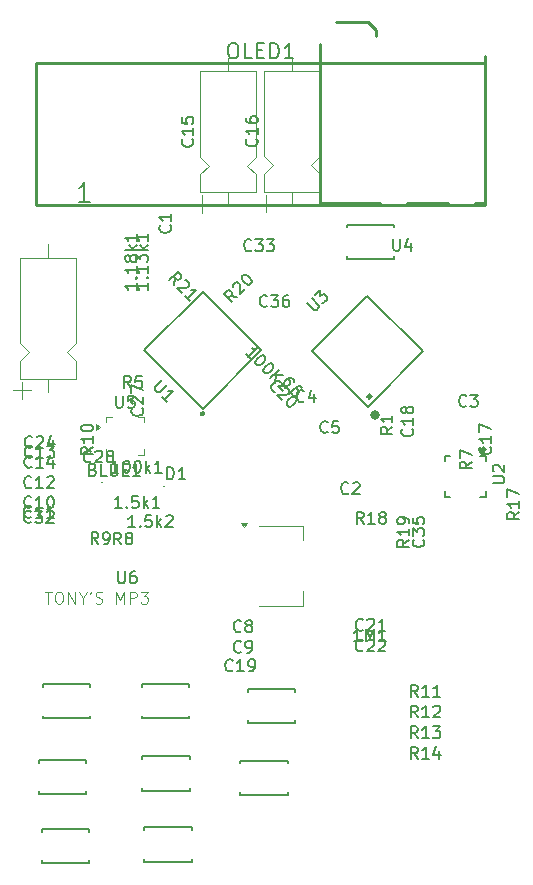
<source format=gbr>
%TF.GenerationSoftware,KiCad,Pcbnew,9.0.6*%
%TF.CreationDate,2025-12-07T23:37:29-06:00*%
%TF.ProjectId,Tony's MP3 Player,546f6e79-2773-4204-9d50-3320506c6179,rev?*%
%TF.SameCoordinates,Original*%
%TF.FileFunction,Legend,Top*%
%TF.FilePolarity,Positive*%
%FSLAX46Y46*%
G04 Gerber Fmt 4.6, Leading zero omitted, Abs format (unit mm)*
G04 Created by KiCad (PCBNEW 9.0.6) date 2025-12-07 23:37:29*
%MOMM*%
%LPD*%
G01*
G04 APERTURE LIST*
%ADD10C,0.100000*%
%ADD11C,0.150000*%
%ADD12C,0.203200*%
%ADD13C,0.120000*%
%ADD14C,0.250000*%
%ADD15C,0.200000*%
%ADD16C,0.254000*%
%ADD17C,0.400000*%
%ADD18C,0.300000*%
%ADD19C,0.127000*%
G04 APERTURE END LIST*
D10*
X128651027Y-97552419D02*
X129222455Y-97552419D01*
X128936741Y-98552419D02*
X128936741Y-97552419D01*
X129746265Y-97552419D02*
X129936741Y-97552419D01*
X129936741Y-97552419D02*
X130031979Y-97600038D01*
X130031979Y-97600038D02*
X130127217Y-97695276D01*
X130127217Y-97695276D02*
X130174836Y-97885752D01*
X130174836Y-97885752D02*
X130174836Y-98219085D01*
X130174836Y-98219085D02*
X130127217Y-98409561D01*
X130127217Y-98409561D02*
X130031979Y-98504800D01*
X130031979Y-98504800D02*
X129936741Y-98552419D01*
X129936741Y-98552419D02*
X129746265Y-98552419D01*
X129746265Y-98552419D02*
X129651027Y-98504800D01*
X129651027Y-98504800D02*
X129555789Y-98409561D01*
X129555789Y-98409561D02*
X129508170Y-98219085D01*
X129508170Y-98219085D02*
X129508170Y-97885752D01*
X129508170Y-97885752D02*
X129555789Y-97695276D01*
X129555789Y-97695276D02*
X129651027Y-97600038D01*
X129651027Y-97600038D02*
X129746265Y-97552419D01*
X130603408Y-98552419D02*
X130603408Y-97552419D01*
X130603408Y-97552419D02*
X131174836Y-98552419D01*
X131174836Y-98552419D02*
X131174836Y-97552419D01*
X131841503Y-98076228D02*
X131841503Y-98552419D01*
X131508170Y-97552419D02*
X131841503Y-98076228D01*
X131841503Y-98076228D02*
X132174836Y-97552419D01*
X132555789Y-97552419D02*
X132460551Y-97742895D01*
X132936741Y-98504800D02*
X133079598Y-98552419D01*
X133079598Y-98552419D02*
X133317693Y-98552419D01*
X133317693Y-98552419D02*
X133412931Y-98504800D01*
X133412931Y-98504800D02*
X133460550Y-98457180D01*
X133460550Y-98457180D02*
X133508169Y-98361942D01*
X133508169Y-98361942D02*
X133508169Y-98266704D01*
X133508169Y-98266704D02*
X133460550Y-98171466D01*
X133460550Y-98171466D02*
X133412931Y-98123847D01*
X133412931Y-98123847D02*
X133317693Y-98076228D01*
X133317693Y-98076228D02*
X133127217Y-98028609D01*
X133127217Y-98028609D02*
X133031979Y-97980990D01*
X133031979Y-97980990D02*
X132984360Y-97933371D01*
X132984360Y-97933371D02*
X132936741Y-97838133D01*
X132936741Y-97838133D02*
X132936741Y-97742895D01*
X132936741Y-97742895D02*
X132984360Y-97647657D01*
X132984360Y-97647657D02*
X133031979Y-97600038D01*
X133031979Y-97600038D02*
X133127217Y-97552419D01*
X133127217Y-97552419D02*
X133365312Y-97552419D01*
X133365312Y-97552419D02*
X133508169Y-97600038D01*
X134698646Y-98552419D02*
X134698646Y-97552419D01*
X134698646Y-97552419D02*
X135031979Y-98266704D01*
X135031979Y-98266704D02*
X135365312Y-97552419D01*
X135365312Y-97552419D02*
X135365312Y-98552419D01*
X135841503Y-98552419D02*
X135841503Y-97552419D01*
X135841503Y-97552419D02*
X136222455Y-97552419D01*
X136222455Y-97552419D02*
X136317693Y-97600038D01*
X136317693Y-97600038D02*
X136365312Y-97647657D01*
X136365312Y-97647657D02*
X136412931Y-97742895D01*
X136412931Y-97742895D02*
X136412931Y-97885752D01*
X136412931Y-97885752D02*
X136365312Y-97980990D01*
X136365312Y-97980990D02*
X136317693Y-98028609D01*
X136317693Y-98028609D02*
X136222455Y-98076228D01*
X136222455Y-98076228D02*
X135841503Y-98076228D01*
X136746265Y-97552419D02*
X137365312Y-97552419D01*
X137365312Y-97552419D02*
X137031979Y-97933371D01*
X137031979Y-97933371D02*
X137174836Y-97933371D01*
X137174836Y-97933371D02*
X137270074Y-97980990D01*
X137270074Y-97980990D02*
X137317693Y-98028609D01*
X137317693Y-98028609D02*
X137365312Y-98123847D01*
X137365312Y-98123847D02*
X137365312Y-98361942D01*
X137365312Y-98361942D02*
X137317693Y-98457180D01*
X137317693Y-98457180D02*
X137270074Y-98504800D01*
X137270074Y-98504800D02*
X137174836Y-98552419D01*
X137174836Y-98552419D02*
X136889122Y-98552419D01*
X136889122Y-98552419D02*
X136793884Y-98504800D01*
X136793884Y-98504800D02*
X136746265Y-98457180D01*
D11*
X146139642Y-68619580D02*
X146092023Y-68667200D01*
X146092023Y-68667200D02*
X145949166Y-68714819D01*
X145949166Y-68714819D02*
X145853928Y-68714819D01*
X145853928Y-68714819D02*
X145711071Y-68667200D01*
X145711071Y-68667200D02*
X145615833Y-68571961D01*
X145615833Y-68571961D02*
X145568214Y-68476723D01*
X145568214Y-68476723D02*
X145520595Y-68286247D01*
X145520595Y-68286247D02*
X145520595Y-68143390D01*
X145520595Y-68143390D02*
X145568214Y-67952914D01*
X145568214Y-67952914D02*
X145615833Y-67857676D01*
X145615833Y-67857676D02*
X145711071Y-67762438D01*
X145711071Y-67762438D02*
X145853928Y-67714819D01*
X145853928Y-67714819D02*
X145949166Y-67714819D01*
X145949166Y-67714819D02*
X146092023Y-67762438D01*
X146092023Y-67762438D02*
X146139642Y-67810057D01*
X146472976Y-67714819D02*
X147092023Y-67714819D01*
X147092023Y-67714819D02*
X146758690Y-68095771D01*
X146758690Y-68095771D02*
X146901547Y-68095771D01*
X146901547Y-68095771D02*
X146996785Y-68143390D01*
X146996785Y-68143390D02*
X147044404Y-68191009D01*
X147044404Y-68191009D02*
X147092023Y-68286247D01*
X147092023Y-68286247D02*
X147092023Y-68524342D01*
X147092023Y-68524342D02*
X147044404Y-68619580D01*
X147044404Y-68619580D02*
X146996785Y-68667200D01*
X146996785Y-68667200D02*
X146901547Y-68714819D01*
X146901547Y-68714819D02*
X146615833Y-68714819D01*
X146615833Y-68714819D02*
X146520595Y-68667200D01*
X146520595Y-68667200D02*
X146472976Y-68619580D01*
X147425357Y-67714819D02*
X148044404Y-67714819D01*
X148044404Y-67714819D02*
X147711071Y-68095771D01*
X147711071Y-68095771D02*
X147853928Y-68095771D01*
X147853928Y-68095771D02*
X147949166Y-68143390D01*
X147949166Y-68143390D02*
X147996785Y-68191009D01*
X147996785Y-68191009D02*
X148044404Y-68286247D01*
X148044404Y-68286247D02*
X148044404Y-68524342D01*
X148044404Y-68524342D02*
X147996785Y-68619580D01*
X147996785Y-68619580D02*
X147949166Y-68667200D01*
X147949166Y-68667200D02*
X147853928Y-68714819D01*
X147853928Y-68714819D02*
X147568214Y-68714819D01*
X147568214Y-68714819D02*
X147472976Y-68667200D01*
X147472976Y-68667200D02*
X147425357Y-68619580D01*
X139586287Y-71564574D02*
X139687302Y-70992155D01*
X139182226Y-71160513D02*
X139889333Y-70453407D01*
X139889333Y-70453407D02*
X140158707Y-70722781D01*
X140158707Y-70722781D02*
X140192379Y-70823796D01*
X140192379Y-70823796D02*
X140192379Y-70891139D01*
X140192379Y-70891139D02*
X140158707Y-70992155D01*
X140158707Y-70992155D02*
X140057692Y-71093170D01*
X140057692Y-71093170D02*
X139956676Y-71126842D01*
X139956676Y-71126842D02*
X139889333Y-71126842D01*
X139889333Y-71126842D02*
X139788318Y-71093170D01*
X139788318Y-71093170D02*
X139518944Y-70823796D01*
X140495424Y-71194185D02*
X140562768Y-71194185D01*
X140562768Y-71194185D02*
X140663783Y-71227857D01*
X140663783Y-71227857D02*
X140832142Y-71396216D01*
X140832142Y-71396216D02*
X140865814Y-71497231D01*
X140865814Y-71497231D02*
X140865814Y-71564574D01*
X140865814Y-71564574D02*
X140832142Y-71665590D01*
X140832142Y-71665590D02*
X140764798Y-71732933D01*
X140764798Y-71732933D02*
X140630111Y-71800277D01*
X140630111Y-71800277D02*
X139821989Y-71800277D01*
X139821989Y-71800277D02*
X140259722Y-72238009D01*
X140933157Y-72911445D02*
X140529096Y-72507384D01*
X140731127Y-72709414D02*
X141438234Y-72002307D01*
X141438234Y-72002307D02*
X141269875Y-72035979D01*
X141269875Y-72035979D02*
X141135188Y-72035979D01*
X141135188Y-72035979D02*
X141034173Y-72002307D01*
X148125485Y-80599085D02*
X148058141Y-80599085D01*
X148058141Y-80599085D02*
X147923454Y-80531741D01*
X147923454Y-80531741D02*
X147856111Y-80464398D01*
X147856111Y-80464398D02*
X147788767Y-80329711D01*
X147788767Y-80329711D02*
X147788767Y-80195024D01*
X147788767Y-80195024D02*
X147822439Y-80094009D01*
X147822439Y-80094009D02*
X147923454Y-79925650D01*
X147923454Y-79925650D02*
X148024469Y-79824635D01*
X148024469Y-79824635D02*
X148192828Y-79723619D01*
X148192828Y-79723619D02*
X148293843Y-79689948D01*
X148293843Y-79689948D02*
X148428530Y-79689948D01*
X148428530Y-79689948D02*
X148563217Y-79757291D01*
X148563217Y-79757291D02*
X148630561Y-79824635D01*
X148630561Y-79824635D02*
X148697904Y-79959322D01*
X148697904Y-79959322D02*
X148697904Y-80026665D01*
X148967278Y-80296039D02*
X149034622Y-80296039D01*
X149034622Y-80296039D02*
X149135637Y-80329711D01*
X149135637Y-80329711D02*
X149303996Y-80498070D01*
X149303996Y-80498070D02*
X149337668Y-80599085D01*
X149337668Y-80599085D02*
X149337668Y-80666428D01*
X149337668Y-80666428D02*
X149303996Y-80767444D01*
X149303996Y-80767444D02*
X149236652Y-80834787D01*
X149236652Y-80834787D02*
X149101965Y-80902131D01*
X149101965Y-80902131D02*
X148293843Y-80902131D01*
X148293843Y-80902131D02*
X148731576Y-81339863D01*
X149876416Y-81070490D02*
X149943759Y-81137833D01*
X149943759Y-81137833D02*
X149977431Y-81238848D01*
X149977431Y-81238848D02*
X149977431Y-81306192D01*
X149977431Y-81306192D02*
X149943759Y-81407207D01*
X149943759Y-81407207D02*
X149842744Y-81575566D01*
X149842744Y-81575566D02*
X149674385Y-81743925D01*
X149674385Y-81743925D02*
X149506027Y-81844940D01*
X149506027Y-81844940D02*
X149405011Y-81878612D01*
X149405011Y-81878612D02*
X149337668Y-81878612D01*
X149337668Y-81878612D02*
X149236653Y-81844940D01*
X149236653Y-81844940D02*
X149169309Y-81777596D01*
X149169309Y-81777596D02*
X149135637Y-81676581D01*
X149135637Y-81676581D02*
X149135637Y-81609238D01*
X149135637Y-81609238D02*
X149169309Y-81508222D01*
X149169309Y-81508222D02*
X149270324Y-81339864D01*
X149270324Y-81339864D02*
X149438683Y-81171505D01*
X149438683Y-81171505D02*
X149607042Y-81070490D01*
X149607042Y-81070490D02*
X149708057Y-81036818D01*
X149708057Y-81036818D02*
X149775401Y-81036818D01*
X149775401Y-81036818D02*
X149876416Y-81070490D01*
X134843712Y-95819936D02*
X134843712Y-96629459D01*
X134843712Y-96629459D02*
X134891331Y-96724697D01*
X134891331Y-96724697D02*
X134938950Y-96772317D01*
X134938950Y-96772317D02*
X135034188Y-96819936D01*
X135034188Y-96819936D02*
X135224664Y-96819936D01*
X135224664Y-96819936D02*
X135319902Y-96772317D01*
X135319902Y-96772317D02*
X135367521Y-96724697D01*
X135367521Y-96724697D02*
X135415140Y-96629459D01*
X135415140Y-96629459D02*
X135415140Y-95819936D01*
X136319902Y-95819936D02*
X136129426Y-95819936D01*
X136129426Y-95819936D02*
X136034188Y-95867555D01*
X136034188Y-95867555D02*
X135986569Y-95915174D01*
X135986569Y-95915174D02*
X135891331Y-96058031D01*
X135891331Y-96058031D02*
X135843712Y-96248507D01*
X135843712Y-96248507D02*
X135843712Y-96629459D01*
X135843712Y-96629459D02*
X135891331Y-96724697D01*
X135891331Y-96724697D02*
X135938950Y-96772317D01*
X135938950Y-96772317D02*
X136034188Y-96819936D01*
X136034188Y-96819936D02*
X136224664Y-96819936D01*
X136224664Y-96819936D02*
X136319902Y-96772317D01*
X136319902Y-96772317D02*
X136367521Y-96724697D01*
X136367521Y-96724697D02*
X136415140Y-96629459D01*
X136415140Y-96629459D02*
X136415140Y-96391364D01*
X136415140Y-96391364D02*
X136367521Y-96296126D01*
X136367521Y-96296126D02*
X136319902Y-96248507D01*
X136319902Y-96248507D02*
X136224664Y-96200888D01*
X136224664Y-96200888D02*
X136034188Y-96200888D01*
X136034188Y-96200888D02*
X135938950Y-96248507D01*
X135938950Y-96248507D02*
X135891331Y-96296126D01*
X135891331Y-96296126D02*
X135843712Y-96391364D01*
X134668095Y-80964819D02*
X134668095Y-81774342D01*
X134668095Y-81774342D02*
X134715714Y-81869580D01*
X134715714Y-81869580D02*
X134763333Y-81917200D01*
X134763333Y-81917200D02*
X134858571Y-81964819D01*
X134858571Y-81964819D02*
X135049047Y-81964819D01*
X135049047Y-81964819D02*
X135144285Y-81917200D01*
X135144285Y-81917200D02*
X135191904Y-81869580D01*
X135191904Y-81869580D02*
X135239523Y-81774342D01*
X135239523Y-81774342D02*
X135239523Y-80964819D01*
X136191904Y-80964819D02*
X135715714Y-80964819D01*
X135715714Y-80964819D02*
X135668095Y-81441009D01*
X135668095Y-81441009D02*
X135715714Y-81393390D01*
X135715714Y-81393390D02*
X135810952Y-81345771D01*
X135810952Y-81345771D02*
X136049047Y-81345771D01*
X136049047Y-81345771D02*
X136144285Y-81393390D01*
X136144285Y-81393390D02*
X136191904Y-81441009D01*
X136191904Y-81441009D02*
X136239523Y-81536247D01*
X136239523Y-81536247D02*
X136239523Y-81774342D01*
X136239523Y-81774342D02*
X136191904Y-81869580D01*
X136191904Y-81869580D02*
X136144285Y-81917200D01*
X136144285Y-81917200D02*
X136049047Y-81964819D01*
X136049047Y-81964819D02*
X135810952Y-81964819D01*
X135810952Y-81964819D02*
X135715714Y-81917200D01*
X135715714Y-81917200D02*
X135668095Y-81869580D01*
X158148095Y-67674819D02*
X158148095Y-68484342D01*
X158148095Y-68484342D02*
X158195714Y-68579580D01*
X158195714Y-68579580D02*
X158243333Y-68627200D01*
X158243333Y-68627200D02*
X158338571Y-68674819D01*
X158338571Y-68674819D02*
X158529047Y-68674819D01*
X158529047Y-68674819D02*
X158624285Y-68627200D01*
X158624285Y-68627200D02*
X158671904Y-68579580D01*
X158671904Y-68579580D02*
X158719523Y-68484342D01*
X158719523Y-68484342D02*
X158719523Y-67674819D01*
X159624285Y-68008152D02*
X159624285Y-68674819D01*
X159386190Y-67627200D02*
X159148095Y-68341485D01*
X159148095Y-68341485D02*
X159767142Y-68341485D01*
X150830787Y-73098283D02*
X151403207Y-73670703D01*
X151403207Y-73670703D02*
X151504222Y-73704375D01*
X151504222Y-73704375D02*
X151571566Y-73704375D01*
X151571566Y-73704375D02*
X151672581Y-73670703D01*
X151672581Y-73670703D02*
X151807268Y-73536016D01*
X151807268Y-73536016D02*
X151840940Y-73435001D01*
X151840940Y-73435001D02*
X151840940Y-73367657D01*
X151840940Y-73367657D02*
X151807268Y-73266642D01*
X151807268Y-73266642D02*
X151234848Y-72694222D01*
X151504222Y-72424848D02*
X151941955Y-71987116D01*
X151941955Y-71987116D02*
X151975627Y-72492192D01*
X151975627Y-72492192D02*
X152076642Y-72391177D01*
X152076642Y-72391177D02*
X152177657Y-72357505D01*
X152177657Y-72357505D02*
X152245001Y-72357505D01*
X152245001Y-72357505D02*
X152346016Y-72391177D01*
X152346016Y-72391177D02*
X152514375Y-72559535D01*
X152514375Y-72559535D02*
X152548047Y-72660551D01*
X152548047Y-72660551D02*
X152548047Y-72727894D01*
X152548047Y-72727894D02*
X152514375Y-72828909D01*
X152514375Y-72828909D02*
X152312344Y-73030940D01*
X152312344Y-73030940D02*
X152211329Y-73064612D01*
X152211329Y-73064612D02*
X152143986Y-73064612D01*
X166559819Y-88356902D02*
X167369342Y-88356902D01*
X167369342Y-88356902D02*
X167464580Y-88309283D01*
X167464580Y-88309283D02*
X167512200Y-88261664D01*
X167512200Y-88261664D02*
X167559819Y-88166426D01*
X167559819Y-88166426D02*
X167559819Y-87975950D01*
X167559819Y-87975950D02*
X167512200Y-87880712D01*
X167512200Y-87880712D02*
X167464580Y-87833093D01*
X167464580Y-87833093D02*
X167369342Y-87785474D01*
X167369342Y-87785474D02*
X166559819Y-87785474D01*
X166655057Y-87356902D02*
X166607438Y-87309283D01*
X166607438Y-87309283D02*
X166559819Y-87214045D01*
X166559819Y-87214045D02*
X166559819Y-86975950D01*
X166559819Y-86975950D02*
X166607438Y-86880712D01*
X166607438Y-86880712D02*
X166655057Y-86833093D01*
X166655057Y-86833093D02*
X166750295Y-86785474D01*
X166750295Y-86785474D02*
X166845533Y-86785474D01*
X166845533Y-86785474D02*
X166988390Y-86833093D01*
X166988390Y-86833093D02*
X167559819Y-87404521D01*
X167559819Y-87404521D02*
X167559819Y-86785474D01*
X138574817Y-79634976D02*
X138002397Y-80207396D01*
X138002397Y-80207396D02*
X137968725Y-80308411D01*
X137968725Y-80308411D02*
X137968725Y-80375755D01*
X137968725Y-80375755D02*
X138002397Y-80476770D01*
X138002397Y-80476770D02*
X138137084Y-80611457D01*
X138137084Y-80611457D02*
X138238099Y-80645129D01*
X138238099Y-80645129D02*
X138305443Y-80645129D01*
X138305443Y-80645129D02*
X138406458Y-80611457D01*
X138406458Y-80611457D02*
X138978878Y-80039037D01*
X138978878Y-81453251D02*
X138574817Y-81049190D01*
X138776847Y-81251220D02*
X139483954Y-80544114D01*
X139483954Y-80544114D02*
X139315595Y-80577785D01*
X139315595Y-80577785D02*
X139180908Y-80577785D01*
X139180908Y-80577785D02*
X139079893Y-80544114D01*
X144930398Y-72617888D02*
X144357979Y-72516873D01*
X144526337Y-73021949D02*
X143819231Y-72314842D01*
X143819231Y-72314842D02*
X144088605Y-72045468D01*
X144088605Y-72045468D02*
X144189620Y-72011796D01*
X144189620Y-72011796D02*
X144256963Y-72011796D01*
X144256963Y-72011796D02*
X144357979Y-72045468D01*
X144357979Y-72045468D02*
X144458994Y-72146483D01*
X144458994Y-72146483D02*
X144492666Y-72247499D01*
X144492666Y-72247499D02*
X144492666Y-72314842D01*
X144492666Y-72314842D02*
X144458994Y-72415857D01*
X144458994Y-72415857D02*
X144189620Y-72685231D01*
X144560009Y-71708751D02*
X144560009Y-71641407D01*
X144560009Y-71641407D02*
X144593681Y-71540392D01*
X144593681Y-71540392D02*
X144762040Y-71372033D01*
X144762040Y-71372033D02*
X144863055Y-71338361D01*
X144863055Y-71338361D02*
X144930398Y-71338361D01*
X144930398Y-71338361D02*
X145031414Y-71372033D01*
X145031414Y-71372033D02*
X145098757Y-71439377D01*
X145098757Y-71439377D02*
X145166101Y-71574064D01*
X145166101Y-71574064D02*
X145166101Y-72382186D01*
X145166101Y-72382186D02*
X145603833Y-71944453D01*
X145334460Y-70799613D02*
X145401803Y-70732270D01*
X145401803Y-70732270D02*
X145502818Y-70698598D01*
X145502818Y-70698598D02*
X145570162Y-70698598D01*
X145570162Y-70698598D02*
X145671177Y-70732270D01*
X145671177Y-70732270D02*
X145839536Y-70833285D01*
X145839536Y-70833285D02*
X146007895Y-71001644D01*
X146007895Y-71001644D02*
X146108910Y-71170002D01*
X146108910Y-71170002D02*
X146142582Y-71271018D01*
X146142582Y-71271018D02*
X146142582Y-71338361D01*
X146142582Y-71338361D02*
X146108910Y-71439376D01*
X146108910Y-71439376D02*
X146041566Y-71506720D01*
X146041566Y-71506720D02*
X145940551Y-71540392D01*
X145940551Y-71540392D02*
X145873208Y-71540392D01*
X145873208Y-71540392D02*
X145772192Y-71506720D01*
X145772192Y-71506720D02*
X145603834Y-71405705D01*
X145603834Y-71405705D02*
X145435475Y-71237346D01*
X145435475Y-71237346D02*
X145334460Y-71068987D01*
X145334460Y-71068987D02*
X145300788Y-70967972D01*
X145300788Y-70967972D02*
X145300788Y-70900628D01*
X145300788Y-70900628D02*
X145334460Y-70799613D01*
X159484819Y-93162857D02*
X159008628Y-93496190D01*
X159484819Y-93734285D02*
X158484819Y-93734285D01*
X158484819Y-93734285D02*
X158484819Y-93353333D01*
X158484819Y-93353333D02*
X158532438Y-93258095D01*
X158532438Y-93258095D02*
X158580057Y-93210476D01*
X158580057Y-93210476D02*
X158675295Y-93162857D01*
X158675295Y-93162857D02*
X158818152Y-93162857D01*
X158818152Y-93162857D02*
X158913390Y-93210476D01*
X158913390Y-93210476D02*
X158961009Y-93258095D01*
X158961009Y-93258095D02*
X159008628Y-93353333D01*
X159008628Y-93353333D02*
X159008628Y-93734285D01*
X159484819Y-92210476D02*
X159484819Y-92781904D01*
X159484819Y-92496190D02*
X158484819Y-92496190D01*
X158484819Y-92496190D02*
X158627676Y-92591428D01*
X158627676Y-92591428D02*
X158722914Y-92686666D01*
X158722914Y-92686666D02*
X158770533Y-92781904D01*
X159484819Y-91734285D02*
X159484819Y-91543809D01*
X159484819Y-91543809D02*
X159437200Y-91448571D01*
X159437200Y-91448571D02*
X159389580Y-91400952D01*
X159389580Y-91400952D02*
X159246723Y-91305714D01*
X159246723Y-91305714D02*
X159056247Y-91258095D01*
X159056247Y-91258095D02*
X158675295Y-91258095D01*
X158675295Y-91258095D02*
X158580057Y-91305714D01*
X158580057Y-91305714D02*
X158532438Y-91353333D01*
X158532438Y-91353333D02*
X158484819Y-91448571D01*
X158484819Y-91448571D02*
X158484819Y-91639047D01*
X158484819Y-91639047D02*
X158532438Y-91734285D01*
X158532438Y-91734285D02*
X158580057Y-91781904D01*
X158580057Y-91781904D02*
X158675295Y-91829523D01*
X158675295Y-91829523D02*
X158913390Y-91829523D01*
X158913390Y-91829523D02*
X159008628Y-91781904D01*
X159008628Y-91781904D02*
X159056247Y-91734285D01*
X159056247Y-91734285D02*
X159103866Y-91639047D01*
X159103866Y-91639047D02*
X159103866Y-91448571D01*
X159103866Y-91448571D02*
X159056247Y-91353333D01*
X159056247Y-91353333D02*
X159008628Y-91305714D01*
X159008628Y-91305714D02*
X158913390Y-91258095D01*
X155624642Y-91804819D02*
X155291309Y-91328628D01*
X155053214Y-91804819D02*
X155053214Y-90804819D01*
X155053214Y-90804819D02*
X155434166Y-90804819D01*
X155434166Y-90804819D02*
X155529404Y-90852438D01*
X155529404Y-90852438D02*
X155577023Y-90900057D01*
X155577023Y-90900057D02*
X155624642Y-90995295D01*
X155624642Y-90995295D02*
X155624642Y-91138152D01*
X155624642Y-91138152D02*
X155577023Y-91233390D01*
X155577023Y-91233390D02*
X155529404Y-91281009D01*
X155529404Y-91281009D02*
X155434166Y-91328628D01*
X155434166Y-91328628D02*
X155053214Y-91328628D01*
X156577023Y-91804819D02*
X156005595Y-91804819D01*
X156291309Y-91804819D02*
X156291309Y-90804819D01*
X156291309Y-90804819D02*
X156196071Y-90947676D01*
X156196071Y-90947676D02*
X156100833Y-91042914D01*
X156100833Y-91042914D02*
X156005595Y-91090533D01*
X157148452Y-91233390D02*
X157053214Y-91185771D01*
X157053214Y-91185771D02*
X157005595Y-91138152D01*
X157005595Y-91138152D02*
X156957976Y-91042914D01*
X156957976Y-91042914D02*
X156957976Y-90995295D01*
X156957976Y-90995295D02*
X157005595Y-90900057D01*
X157005595Y-90900057D02*
X157053214Y-90852438D01*
X157053214Y-90852438D02*
X157148452Y-90804819D01*
X157148452Y-90804819D02*
X157338928Y-90804819D01*
X157338928Y-90804819D02*
X157434166Y-90852438D01*
X157434166Y-90852438D02*
X157481785Y-90900057D01*
X157481785Y-90900057D02*
X157529404Y-90995295D01*
X157529404Y-90995295D02*
X157529404Y-91042914D01*
X157529404Y-91042914D02*
X157481785Y-91138152D01*
X157481785Y-91138152D02*
X157434166Y-91185771D01*
X157434166Y-91185771D02*
X157338928Y-91233390D01*
X157338928Y-91233390D02*
X157148452Y-91233390D01*
X157148452Y-91233390D02*
X157053214Y-91281009D01*
X157053214Y-91281009D02*
X157005595Y-91328628D01*
X157005595Y-91328628D02*
X156957976Y-91423866D01*
X156957976Y-91423866D02*
X156957976Y-91614342D01*
X156957976Y-91614342D02*
X157005595Y-91709580D01*
X157005595Y-91709580D02*
X157053214Y-91757200D01*
X157053214Y-91757200D02*
X157148452Y-91804819D01*
X157148452Y-91804819D02*
X157338928Y-91804819D01*
X157338928Y-91804819D02*
X157434166Y-91757200D01*
X157434166Y-91757200D02*
X157481785Y-91709580D01*
X157481785Y-91709580D02*
X157529404Y-91614342D01*
X157529404Y-91614342D02*
X157529404Y-91423866D01*
X157529404Y-91423866D02*
X157481785Y-91328628D01*
X157481785Y-91328628D02*
X157434166Y-91281009D01*
X157434166Y-91281009D02*
X157338928Y-91233390D01*
X168804819Y-90802857D02*
X168328628Y-91136190D01*
X168804819Y-91374285D02*
X167804819Y-91374285D01*
X167804819Y-91374285D02*
X167804819Y-90993333D01*
X167804819Y-90993333D02*
X167852438Y-90898095D01*
X167852438Y-90898095D02*
X167900057Y-90850476D01*
X167900057Y-90850476D02*
X167995295Y-90802857D01*
X167995295Y-90802857D02*
X168138152Y-90802857D01*
X168138152Y-90802857D02*
X168233390Y-90850476D01*
X168233390Y-90850476D02*
X168281009Y-90898095D01*
X168281009Y-90898095D02*
X168328628Y-90993333D01*
X168328628Y-90993333D02*
X168328628Y-91374285D01*
X168804819Y-89850476D02*
X168804819Y-90421904D01*
X168804819Y-90136190D02*
X167804819Y-90136190D01*
X167804819Y-90136190D02*
X167947676Y-90231428D01*
X167947676Y-90231428D02*
X168042914Y-90326666D01*
X168042914Y-90326666D02*
X168090533Y-90421904D01*
X167804819Y-89517142D02*
X167804819Y-88850476D01*
X167804819Y-88850476D02*
X168804819Y-89279047D01*
X160217142Y-111694819D02*
X159883809Y-111218628D01*
X159645714Y-111694819D02*
X159645714Y-110694819D01*
X159645714Y-110694819D02*
X160026666Y-110694819D01*
X160026666Y-110694819D02*
X160121904Y-110742438D01*
X160121904Y-110742438D02*
X160169523Y-110790057D01*
X160169523Y-110790057D02*
X160217142Y-110885295D01*
X160217142Y-110885295D02*
X160217142Y-111028152D01*
X160217142Y-111028152D02*
X160169523Y-111123390D01*
X160169523Y-111123390D02*
X160121904Y-111171009D01*
X160121904Y-111171009D02*
X160026666Y-111218628D01*
X160026666Y-111218628D02*
X159645714Y-111218628D01*
X161169523Y-111694819D02*
X160598095Y-111694819D01*
X160883809Y-111694819D02*
X160883809Y-110694819D01*
X160883809Y-110694819D02*
X160788571Y-110837676D01*
X160788571Y-110837676D02*
X160693333Y-110932914D01*
X160693333Y-110932914D02*
X160598095Y-110980533D01*
X162026666Y-111028152D02*
X162026666Y-111694819D01*
X161788571Y-110647200D02*
X161550476Y-111361485D01*
X161550476Y-111361485D02*
X162169523Y-111361485D01*
X160217142Y-109944819D02*
X159883809Y-109468628D01*
X159645714Y-109944819D02*
X159645714Y-108944819D01*
X159645714Y-108944819D02*
X160026666Y-108944819D01*
X160026666Y-108944819D02*
X160121904Y-108992438D01*
X160121904Y-108992438D02*
X160169523Y-109040057D01*
X160169523Y-109040057D02*
X160217142Y-109135295D01*
X160217142Y-109135295D02*
X160217142Y-109278152D01*
X160217142Y-109278152D02*
X160169523Y-109373390D01*
X160169523Y-109373390D02*
X160121904Y-109421009D01*
X160121904Y-109421009D02*
X160026666Y-109468628D01*
X160026666Y-109468628D02*
X159645714Y-109468628D01*
X161169523Y-109944819D02*
X160598095Y-109944819D01*
X160883809Y-109944819D02*
X160883809Y-108944819D01*
X160883809Y-108944819D02*
X160788571Y-109087676D01*
X160788571Y-109087676D02*
X160693333Y-109182914D01*
X160693333Y-109182914D02*
X160598095Y-109230533D01*
X161502857Y-108944819D02*
X162121904Y-108944819D01*
X162121904Y-108944819D02*
X161788571Y-109325771D01*
X161788571Y-109325771D02*
X161931428Y-109325771D01*
X161931428Y-109325771D02*
X162026666Y-109373390D01*
X162026666Y-109373390D02*
X162074285Y-109421009D01*
X162074285Y-109421009D02*
X162121904Y-109516247D01*
X162121904Y-109516247D02*
X162121904Y-109754342D01*
X162121904Y-109754342D02*
X162074285Y-109849580D01*
X162074285Y-109849580D02*
X162026666Y-109897200D01*
X162026666Y-109897200D02*
X161931428Y-109944819D01*
X161931428Y-109944819D02*
X161645714Y-109944819D01*
X161645714Y-109944819D02*
X161550476Y-109897200D01*
X161550476Y-109897200D02*
X161502857Y-109849580D01*
X160217142Y-108194819D02*
X159883809Y-107718628D01*
X159645714Y-108194819D02*
X159645714Y-107194819D01*
X159645714Y-107194819D02*
X160026666Y-107194819D01*
X160026666Y-107194819D02*
X160121904Y-107242438D01*
X160121904Y-107242438D02*
X160169523Y-107290057D01*
X160169523Y-107290057D02*
X160217142Y-107385295D01*
X160217142Y-107385295D02*
X160217142Y-107528152D01*
X160217142Y-107528152D02*
X160169523Y-107623390D01*
X160169523Y-107623390D02*
X160121904Y-107671009D01*
X160121904Y-107671009D02*
X160026666Y-107718628D01*
X160026666Y-107718628D02*
X159645714Y-107718628D01*
X161169523Y-108194819D02*
X160598095Y-108194819D01*
X160883809Y-108194819D02*
X160883809Y-107194819D01*
X160883809Y-107194819D02*
X160788571Y-107337676D01*
X160788571Y-107337676D02*
X160693333Y-107432914D01*
X160693333Y-107432914D02*
X160598095Y-107480533D01*
X161550476Y-107290057D02*
X161598095Y-107242438D01*
X161598095Y-107242438D02*
X161693333Y-107194819D01*
X161693333Y-107194819D02*
X161931428Y-107194819D01*
X161931428Y-107194819D02*
X162026666Y-107242438D01*
X162026666Y-107242438D02*
X162074285Y-107290057D01*
X162074285Y-107290057D02*
X162121904Y-107385295D01*
X162121904Y-107385295D02*
X162121904Y-107480533D01*
X162121904Y-107480533D02*
X162074285Y-107623390D01*
X162074285Y-107623390D02*
X161502857Y-108194819D01*
X161502857Y-108194819D02*
X162121904Y-108194819D01*
X160217142Y-106444819D02*
X159883809Y-105968628D01*
X159645714Y-106444819D02*
X159645714Y-105444819D01*
X159645714Y-105444819D02*
X160026666Y-105444819D01*
X160026666Y-105444819D02*
X160121904Y-105492438D01*
X160121904Y-105492438D02*
X160169523Y-105540057D01*
X160169523Y-105540057D02*
X160217142Y-105635295D01*
X160217142Y-105635295D02*
X160217142Y-105778152D01*
X160217142Y-105778152D02*
X160169523Y-105873390D01*
X160169523Y-105873390D02*
X160121904Y-105921009D01*
X160121904Y-105921009D02*
X160026666Y-105968628D01*
X160026666Y-105968628D02*
X159645714Y-105968628D01*
X161169523Y-106444819D02*
X160598095Y-106444819D01*
X160883809Y-106444819D02*
X160883809Y-105444819D01*
X160883809Y-105444819D02*
X160788571Y-105587676D01*
X160788571Y-105587676D02*
X160693333Y-105682914D01*
X160693333Y-105682914D02*
X160598095Y-105730533D01*
X162121904Y-106444819D02*
X161550476Y-106444819D01*
X161836190Y-106444819D02*
X161836190Y-105444819D01*
X161836190Y-105444819D02*
X161740952Y-105587676D01*
X161740952Y-105587676D02*
X161645714Y-105682914D01*
X161645714Y-105682914D02*
X161550476Y-105730533D01*
X132704819Y-85302857D02*
X132228628Y-85636190D01*
X132704819Y-85874285D02*
X131704819Y-85874285D01*
X131704819Y-85874285D02*
X131704819Y-85493333D01*
X131704819Y-85493333D02*
X131752438Y-85398095D01*
X131752438Y-85398095D02*
X131800057Y-85350476D01*
X131800057Y-85350476D02*
X131895295Y-85302857D01*
X131895295Y-85302857D02*
X132038152Y-85302857D01*
X132038152Y-85302857D02*
X132133390Y-85350476D01*
X132133390Y-85350476D02*
X132181009Y-85398095D01*
X132181009Y-85398095D02*
X132228628Y-85493333D01*
X132228628Y-85493333D02*
X132228628Y-85874285D01*
X132704819Y-84350476D02*
X132704819Y-84921904D01*
X132704819Y-84636190D02*
X131704819Y-84636190D01*
X131704819Y-84636190D02*
X131847676Y-84731428D01*
X131847676Y-84731428D02*
X131942914Y-84826666D01*
X131942914Y-84826666D02*
X131990533Y-84921904D01*
X131704819Y-83731428D02*
X131704819Y-83636190D01*
X131704819Y-83636190D02*
X131752438Y-83540952D01*
X131752438Y-83540952D02*
X131800057Y-83493333D01*
X131800057Y-83493333D02*
X131895295Y-83445714D01*
X131895295Y-83445714D02*
X132085771Y-83398095D01*
X132085771Y-83398095D02*
X132323866Y-83398095D01*
X132323866Y-83398095D02*
X132514342Y-83445714D01*
X132514342Y-83445714D02*
X132609580Y-83493333D01*
X132609580Y-83493333D02*
X132657200Y-83540952D01*
X132657200Y-83540952D02*
X132704819Y-83636190D01*
X132704819Y-83636190D02*
X132704819Y-83731428D01*
X132704819Y-83731428D02*
X132657200Y-83826666D01*
X132657200Y-83826666D02*
X132609580Y-83874285D01*
X132609580Y-83874285D02*
X132514342Y-83921904D01*
X132514342Y-83921904D02*
X132323866Y-83969523D01*
X132323866Y-83969523D02*
X132085771Y-83969523D01*
X132085771Y-83969523D02*
X131895295Y-83921904D01*
X131895295Y-83921904D02*
X131800057Y-83874285D01*
X131800057Y-83874285D02*
X131752438Y-83826666D01*
X131752438Y-83826666D02*
X131704819Y-83731428D01*
X133175833Y-93514819D02*
X132842500Y-93038628D01*
X132604405Y-93514819D02*
X132604405Y-92514819D01*
X132604405Y-92514819D02*
X132985357Y-92514819D01*
X132985357Y-92514819D02*
X133080595Y-92562438D01*
X133080595Y-92562438D02*
X133128214Y-92610057D01*
X133128214Y-92610057D02*
X133175833Y-92705295D01*
X133175833Y-92705295D02*
X133175833Y-92848152D01*
X133175833Y-92848152D02*
X133128214Y-92943390D01*
X133128214Y-92943390D02*
X133080595Y-92991009D01*
X133080595Y-92991009D02*
X132985357Y-93038628D01*
X132985357Y-93038628D02*
X132604405Y-93038628D01*
X133652024Y-93514819D02*
X133842500Y-93514819D01*
X133842500Y-93514819D02*
X133937738Y-93467200D01*
X133937738Y-93467200D02*
X133985357Y-93419580D01*
X133985357Y-93419580D02*
X134080595Y-93276723D01*
X134080595Y-93276723D02*
X134128214Y-93086247D01*
X134128214Y-93086247D02*
X134128214Y-92705295D01*
X134128214Y-92705295D02*
X134080595Y-92610057D01*
X134080595Y-92610057D02*
X134032976Y-92562438D01*
X134032976Y-92562438D02*
X133937738Y-92514819D01*
X133937738Y-92514819D02*
X133747262Y-92514819D01*
X133747262Y-92514819D02*
X133652024Y-92562438D01*
X133652024Y-92562438D02*
X133604405Y-92610057D01*
X133604405Y-92610057D02*
X133556786Y-92705295D01*
X133556786Y-92705295D02*
X133556786Y-92943390D01*
X133556786Y-92943390D02*
X133604405Y-93038628D01*
X133604405Y-93038628D02*
X133652024Y-93086247D01*
X133652024Y-93086247D02*
X133747262Y-93133866D01*
X133747262Y-93133866D02*
X133937738Y-93133866D01*
X133937738Y-93133866D02*
X134032976Y-93086247D01*
X134032976Y-93086247D02*
X134080595Y-93038628D01*
X134080595Y-93038628D02*
X134128214Y-92943390D01*
X135093333Y-93544819D02*
X134760000Y-93068628D01*
X134521905Y-93544819D02*
X134521905Y-92544819D01*
X134521905Y-92544819D02*
X134902857Y-92544819D01*
X134902857Y-92544819D02*
X134998095Y-92592438D01*
X134998095Y-92592438D02*
X135045714Y-92640057D01*
X135045714Y-92640057D02*
X135093333Y-92735295D01*
X135093333Y-92735295D02*
X135093333Y-92878152D01*
X135093333Y-92878152D02*
X135045714Y-92973390D01*
X135045714Y-92973390D02*
X134998095Y-93021009D01*
X134998095Y-93021009D02*
X134902857Y-93068628D01*
X134902857Y-93068628D02*
X134521905Y-93068628D01*
X135664762Y-92973390D02*
X135569524Y-92925771D01*
X135569524Y-92925771D02*
X135521905Y-92878152D01*
X135521905Y-92878152D02*
X135474286Y-92782914D01*
X135474286Y-92782914D02*
X135474286Y-92735295D01*
X135474286Y-92735295D02*
X135521905Y-92640057D01*
X135521905Y-92640057D02*
X135569524Y-92592438D01*
X135569524Y-92592438D02*
X135664762Y-92544819D01*
X135664762Y-92544819D02*
X135855238Y-92544819D01*
X135855238Y-92544819D02*
X135950476Y-92592438D01*
X135950476Y-92592438D02*
X135998095Y-92640057D01*
X135998095Y-92640057D02*
X136045714Y-92735295D01*
X136045714Y-92735295D02*
X136045714Y-92782914D01*
X136045714Y-92782914D02*
X135998095Y-92878152D01*
X135998095Y-92878152D02*
X135950476Y-92925771D01*
X135950476Y-92925771D02*
X135855238Y-92973390D01*
X135855238Y-92973390D02*
X135664762Y-92973390D01*
X135664762Y-92973390D02*
X135569524Y-93021009D01*
X135569524Y-93021009D02*
X135521905Y-93068628D01*
X135521905Y-93068628D02*
X135474286Y-93163866D01*
X135474286Y-93163866D02*
X135474286Y-93354342D01*
X135474286Y-93354342D02*
X135521905Y-93449580D01*
X135521905Y-93449580D02*
X135569524Y-93497200D01*
X135569524Y-93497200D02*
X135664762Y-93544819D01*
X135664762Y-93544819D02*
X135855238Y-93544819D01*
X135855238Y-93544819D02*
X135950476Y-93497200D01*
X135950476Y-93497200D02*
X135998095Y-93449580D01*
X135998095Y-93449580D02*
X136045714Y-93354342D01*
X136045714Y-93354342D02*
X136045714Y-93163866D01*
X136045714Y-93163866D02*
X135998095Y-93068628D01*
X135998095Y-93068628D02*
X135950476Y-93021009D01*
X135950476Y-93021009D02*
X135855238Y-92973390D01*
X164779936Y-86543549D02*
X164303745Y-86876882D01*
X164779936Y-87114977D02*
X163779936Y-87114977D01*
X163779936Y-87114977D02*
X163779936Y-86734025D01*
X163779936Y-86734025D02*
X163827555Y-86638787D01*
X163827555Y-86638787D02*
X163875174Y-86591168D01*
X163875174Y-86591168D02*
X163970412Y-86543549D01*
X163970412Y-86543549D02*
X164113269Y-86543549D01*
X164113269Y-86543549D02*
X164208507Y-86591168D01*
X164208507Y-86591168D02*
X164256126Y-86638787D01*
X164256126Y-86638787D02*
X164303745Y-86734025D01*
X164303745Y-86734025D02*
X164303745Y-87114977D01*
X163779936Y-86210215D02*
X163779936Y-85543549D01*
X163779936Y-85543549D02*
X164779936Y-85972120D01*
X135935833Y-80284819D02*
X135602500Y-79808628D01*
X135364405Y-80284819D02*
X135364405Y-79284819D01*
X135364405Y-79284819D02*
X135745357Y-79284819D01*
X135745357Y-79284819D02*
X135840595Y-79332438D01*
X135840595Y-79332438D02*
X135888214Y-79380057D01*
X135888214Y-79380057D02*
X135935833Y-79475295D01*
X135935833Y-79475295D02*
X135935833Y-79618152D01*
X135935833Y-79618152D02*
X135888214Y-79713390D01*
X135888214Y-79713390D02*
X135840595Y-79761009D01*
X135840595Y-79761009D02*
X135745357Y-79808628D01*
X135745357Y-79808628D02*
X135364405Y-79808628D01*
X136840595Y-79284819D02*
X136364405Y-79284819D01*
X136364405Y-79284819D02*
X136316786Y-79761009D01*
X136316786Y-79761009D02*
X136364405Y-79713390D01*
X136364405Y-79713390D02*
X136459643Y-79665771D01*
X136459643Y-79665771D02*
X136697738Y-79665771D01*
X136697738Y-79665771D02*
X136792976Y-79713390D01*
X136792976Y-79713390D02*
X136840595Y-79761009D01*
X136840595Y-79761009D02*
X136888214Y-79856247D01*
X136888214Y-79856247D02*
X136888214Y-80094342D01*
X136888214Y-80094342D02*
X136840595Y-80189580D01*
X136840595Y-80189580D02*
X136792976Y-80237200D01*
X136792976Y-80237200D02*
X136697738Y-80284819D01*
X136697738Y-80284819D02*
X136459643Y-80284819D01*
X136459643Y-80284819D02*
X136364405Y-80237200D01*
X136364405Y-80237200D02*
X136316786Y-80189580D01*
X158064819Y-83586666D02*
X157588628Y-83919999D01*
X158064819Y-84158094D02*
X157064819Y-84158094D01*
X157064819Y-84158094D02*
X157064819Y-83777142D01*
X157064819Y-83777142D02*
X157112438Y-83681904D01*
X157112438Y-83681904D02*
X157160057Y-83634285D01*
X157160057Y-83634285D02*
X157255295Y-83586666D01*
X157255295Y-83586666D02*
X157398152Y-83586666D01*
X157398152Y-83586666D02*
X157493390Y-83634285D01*
X157493390Y-83634285D02*
X157541009Y-83681904D01*
X157541009Y-83681904D02*
X157588628Y-83777142D01*
X157588628Y-83777142D02*
X157588628Y-84158094D01*
X158064819Y-82634285D02*
X158064819Y-83205713D01*
X158064819Y-82919999D02*
X157064819Y-82919999D01*
X157064819Y-82919999D02*
X157207676Y-83015237D01*
X157207676Y-83015237D02*
X157302914Y-83110475D01*
X157302914Y-83110475D02*
X157350533Y-83205713D01*
X144480714Y-51117726D02*
X144722619Y-51117726D01*
X144722619Y-51117726D02*
X144843571Y-51178202D01*
X144843571Y-51178202D02*
X144964524Y-51299154D01*
X144964524Y-51299154D02*
X145025000Y-51541059D01*
X145025000Y-51541059D02*
X145025000Y-51964392D01*
X145025000Y-51964392D02*
X144964524Y-52206297D01*
X144964524Y-52206297D02*
X144843571Y-52327250D01*
X144843571Y-52327250D02*
X144722619Y-52387726D01*
X144722619Y-52387726D02*
X144480714Y-52387726D01*
X144480714Y-52387726D02*
X144359762Y-52327250D01*
X144359762Y-52327250D02*
X144238809Y-52206297D01*
X144238809Y-52206297D02*
X144178333Y-51964392D01*
X144178333Y-51964392D02*
X144178333Y-51541059D01*
X144178333Y-51541059D02*
X144238809Y-51299154D01*
X144238809Y-51299154D02*
X144359762Y-51178202D01*
X144359762Y-51178202D02*
X144480714Y-51117726D01*
X146174047Y-52387726D02*
X145569285Y-52387726D01*
X145569285Y-52387726D02*
X145569285Y-51117726D01*
X146597380Y-51722488D02*
X147020714Y-51722488D01*
X147202142Y-52387726D02*
X146597380Y-52387726D01*
X146597380Y-52387726D02*
X146597380Y-51117726D01*
X146597380Y-51117726D02*
X147202142Y-51117726D01*
X147746428Y-52387726D02*
X147746428Y-51117726D01*
X147746428Y-51117726D02*
X148048809Y-51117726D01*
X148048809Y-51117726D02*
X148230238Y-51178202D01*
X148230238Y-51178202D02*
X148351190Y-51299154D01*
X148351190Y-51299154D02*
X148411667Y-51420107D01*
X148411667Y-51420107D02*
X148472143Y-51662011D01*
X148472143Y-51662011D02*
X148472143Y-51843440D01*
X148472143Y-51843440D02*
X148411667Y-52085345D01*
X148411667Y-52085345D02*
X148351190Y-52206297D01*
X148351190Y-52206297D02*
X148230238Y-52327250D01*
X148230238Y-52327250D02*
X148048809Y-52387726D01*
X148048809Y-52387726D02*
X147746428Y-52387726D01*
X149681667Y-52387726D02*
X148955952Y-52387726D01*
X149318809Y-52387726D02*
X149318809Y-51117726D01*
X149318809Y-51117726D02*
X149197857Y-51299154D01*
X149197857Y-51299154D02*
X149076905Y-51420107D01*
X149076905Y-51420107D02*
X148955952Y-51480583D01*
D12*
X132461386Y-64513742D02*
X131532472Y-64513742D01*
X131996929Y-64513742D02*
X131996929Y-62888142D01*
X131996929Y-62888142D02*
X131842110Y-63120371D01*
X131842110Y-63120371D02*
X131687291Y-63275190D01*
X131687291Y-63275190D02*
X131532472Y-63352599D01*
D11*
X139011905Y-88014819D02*
X139011905Y-87014819D01*
X139011905Y-87014819D02*
X139250000Y-87014819D01*
X139250000Y-87014819D02*
X139392857Y-87062438D01*
X139392857Y-87062438D02*
X139488095Y-87157676D01*
X139488095Y-87157676D02*
X139535714Y-87252914D01*
X139535714Y-87252914D02*
X139583333Y-87443390D01*
X139583333Y-87443390D02*
X139583333Y-87586247D01*
X139583333Y-87586247D02*
X139535714Y-87776723D01*
X139535714Y-87776723D02*
X139488095Y-87871961D01*
X139488095Y-87871961D02*
X139392857Y-87967200D01*
X139392857Y-87967200D02*
X139250000Y-88014819D01*
X139250000Y-88014819D02*
X139011905Y-88014819D01*
X140535714Y-88014819D02*
X139964286Y-88014819D01*
X140250000Y-88014819D02*
X140250000Y-87014819D01*
X140250000Y-87014819D02*
X140154762Y-87157676D01*
X140154762Y-87157676D02*
X140059524Y-87252914D01*
X140059524Y-87252914D02*
X139964286Y-87300533D01*
X147447142Y-73339580D02*
X147399523Y-73387200D01*
X147399523Y-73387200D02*
X147256666Y-73434819D01*
X147256666Y-73434819D02*
X147161428Y-73434819D01*
X147161428Y-73434819D02*
X147018571Y-73387200D01*
X147018571Y-73387200D02*
X146923333Y-73291961D01*
X146923333Y-73291961D02*
X146875714Y-73196723D01*
X146875714Y-73196723D02*
X146828095Y-73006247D01*
X146828095Y-73006247D02*
X146828095Y-72863390D01*
X146828095Y-72863390D02*
X146875714Y-72672914D01*
X146875714Y-72672914D02*
X146923333Y-72577676D01*
X146923333Y-72577676D02*
X147018571Y-72482438D01*
X147018571Y-72482438D02*
X147161428Y-72434819D01*
X147161428Y-72434819D02*
X147256666Y-72434819D01*
X147256666Y-72434819D02*
X147399523Y-72482438D01*
X147399523Y-72482438D02*
X147447142Y-72530057D01*
X147780476Y-72434819D02*
X148399523Y-72434819D01*
X148399523Y-72434819D02*
X148066190Y-72815771D01*
X148066190Y-72815771D02*
X148209047Y-72815771D01*
X148209047Y-72815771D02*
X148304285Y-72863390D01*
X148304285Y-72863390D02*
X148351904Y-72911009D01*
X148351904Y-72911009D02*
X148399523Y-73006247D01*
X148399523Y-73006247D02*
X148399523Y-73244342D01*
X148399523Y-73244342D02*
X148351904Y-73339580D01*
X148351904Y-73339580D02*
X148304285Y-73387200D01*
X148304285Y-73387200D02*
X148209047Y-73434819D01*
X148209047Y-73434819D02*
X147923333Y-73434819D01*
X147923333Y-73434819D02*
X147828095Y-73387200D01*
X147828095Y-73387200D02*
X147780476Y-73339580D01*
X149256666Y-72434819D02*
X149066190Y-72434819D01*
X149066190Y-72434819D02*
X148970952Y-72482438D01*
X148970952Y-72482438D02*
X148923333Y-72530057D01*
X148923333Y-72530057D02*
X148828095Y-72672914D01*
X148828095Y-72672914D02*
X148780476Y-72863390D01*
X148780476Y-72863390D02*
X148780476Y-73244342D01*
X148780476Y-73244342D02*
X148828095Y-73339580D01*
X148828095Y-73339580D02*
X148875714Y-73387200D01*
X148875714Y-73387200D02*
X148970952Y-73434819D01*
X148970952Y-73434819D02*
X149161428Y-73434819D01*
X149161428Y-73434819D02*
X149256666Y-73387200D01*
X149256666Y-73387200D02*
X149304285Y-73339580D01*
X149304285Y-73339580D02*
X149351904Y-73244342D01*
X149351904Y-73244342D02*
X149351904Y-73006247D01*
X149351904Y-73006247D02*
X149304285Y-72911009D01*
X149304285Y-72911009D02*
X149256666Y-72863390D01*
X149256666Y-72863390D02*
X149161428Y-72815771D01*
X149161428Y-72815771D02*
X148970952Y-72815771D01*
X148970952Y-72815771D02*
X148875714Y-72863390D01*
X148875714Y-72863390D02*
X148828095Y-72911009D01*
X148828095Y-72911009D02*
X148780476Y-73006247D01*
X160679580Y-93132857D02*
X160727200Y-93180476D01*
X160727200Y-93180476D02*
X160774819Y-93323333D01*
X160774819Y-93323333D02*
X160774819Y-93418571D01*
X160774819Y-93418571D02*
X160727200Y-93561428D01*
X160727200Y-93561428D02*
X160631961Y-93656666D01*
X160631961Y-93656666D02*
X160536723Y-93704285D01*
X160536723Y-93704285D02*
X160346247Y-93751904D01*
X160346247Y-93751904D02*
X160203390Y-93751904D01*
X160203390Y-93751904D02*
X160012914Y-93704285D01*
X160012914Y-93704285D02*
X159917676Y-93656666D01*
X159917676Y-93656666D02*
X159822438Y-93561428D01*
X159822438Y-93561428D02*
X159774819Y-93418571D01*
X159774819Y-93418571D02*
X159774819Y-93323333D01*
X159774819Y-93323333D02*
X159822438Y-93180476D01*
X159822438Y-93180476D02*
X159870057Y-93132857D01*
X159774819Y-92799523D02*
X159774819Y-92180476D01*
X159774819Y-92180476D02*
X160155771Y-92513809D01*
X160155771Y-92513809D02*
X160155771Y-92370952D01*
X160155771Y-92370952D02*
X160203390Y-92275714D01*
X160203390Y-92275714D02*
X160251009Y-92228095D01*
X160251009Y-92228095D02*
X160346247Y-92180476D01*
X160346247Y-92180476D02*
X160584342Y-92180476D01*
X160584342Y-92180476D02*
X160679580Y-92228095D01*
X160679580Y-92228095D02*
X160727200Y-92275714D01*
X160727200Y-92275714D02*
X160774819Y-92370952D01*
X160774819Y-92370952D02*
X160774819Y-92656666D01*
X160774819Y-92656666D02*
X160727200Y-92751904D01*
X160727200Y-92751904D02*
X160679580Y-92799523D01*
X159774819Y-91275714D02*
X159774819Y-91751904D01*
X159774819Y-91751904D02*
X160251009Y-91799523D01*
X160251009Y-91799523D02*
X160203390Y-91751904D01*
X160203390Y-91751904D02*
X160155771Y-91656666D01*
X160155771Y-91656666D02*
X160155771Y-91418571D01*
X160155771Y-91418571D02*
X160203390Y-91323333D01*
X160203390Y-91323333D02*
X160251009Y-91275714D01*
X160251009Y-91275714D02*
X160346247Y-91228095D01*
X160346247Y-91228095D02*
X160584342Y-91228095D01*
X160584342Y-91228095D02*
X160679580Y-91275714D01*
X160679580Y-91275714D02*
X160727200Y-91323333D01*
X160727200Y-91323333D02*
X160774819Y-91418571D01*
X160774819Y-91418571D02*
X160774819Y-91656666D01*
X160774819Y-91656666D02*
X160727200Y-91751904D01*
X160727200Y-91751904D02*
X160679580Y-91799523D01*
X127474642Y-91609580D02*
X127427023Y-91657200D01*
X127427023Y-91657200D02*
X127284166Y-91704819D01*
X127284166Y-91704819D02*
X127188928Y-91704819D01*
X127188928Y-91704819D02*
X127046071Y-91657200D01*
X127046071Y-91657200D02*
X126950833Y-91561961D01*
X126950833Y-91561961D02*
X126903214Y-91466723D01*
X126903214Y-91466723D02*
X126855595Y-91276247D01*
X126855595Y-91276247D02*
X126855595Y-91133390D01*
X126855595Y-91133390D02*
X126903214Y-90942914D01*
X126903214Y-90942914D02*
X126950833Y-90847676D01*
X126950833Y-90847676D02*
X127046071Y-90752438D01*
X127046071Y-90752438D02*
X127188928Y-90704819D01*
X127188928Y-90704819D02*
X127284166Y-90704819D01*
X127284166Y-90704819D02*
X127427023Y-90752438D01*
X127427023Y-90752438D02*
X127474642Y-90800057D01*
X127807976Y-90704819D02*
X128427023Y-90704819D01*
X128427023Y-90704819D02*
X128093690Y-91085771D01*
X128093690Y-91085771D02*
X128236547Y-91085771D01*
X128236547Y-91085771D02*
X128331785Y-91133390D01*
X128331785Y-91133390D02*
X128379404Y-91181009D01*
X128379404Y-91181009D02*
X128427023Y-91276247D01*
X128427023Y-91276247D02*
X128427023Y-91514342D01*
X128427023Y-91514342D02*
X128379404Y-91609580D01*
X128379404Y-91609580D02*
X128331785Y-91657200D01*
X128331785Y-91657200D02*
X128236547Y-91704819D01*
X128236547Y-91704819D02*
X127950833Y-91704819D01*
X127950833Y-91704819D02*
X127855595Y-91657200D01*
X127855595Y-91657200D02*
X127807976Y-91609580D01*
X128807976Y-90800057D02*
X128855595Y-90752438D01*
X128855595Y-90752438D02*
X128950833Y-90704819D01*
X128950833Y-90704819D02*
X129188928Y-90704819D01*
X129188928Y-90704819D02*
X129284166Y-90752438D01*
X129284166Y-90752438D02*
X129331785Y-90800057D01*
X129331785Y-90800057D02*
X129379404Y-90895295D01*
X129379404Y-90895295D02*
X129379404Y-90990533D01*
X129379404Y-90990533D02*
X129331785Y-91133390D01*
X129331785Y-91133390D02*
X128760357Y-91704819D01*
X128760357Y-91704819D02*
X129379404Y-91704819D01*
X132537142Y-86509580D02*
X132489523Y-86557200D01*
X132489523Y-86557200D02*
X132346666Y-86604819D01*
X132346666Y-86604819D02*
X132251428Y-86604819D01*
X132251428Y-86604819D02*
X132108571Y-86557200D01*
X132108571Y-86557200D02*
X132013333Y-86461961D01*
X132013333Y-86461961D02*
X131965714Y-86366723D01*
X131965714Y-86366723D02*
X131918095Y-86176247D01*
X131918095Y-86176247D02*
X131918095Y-86033390D01*
X131918095Y-86033390D02*
X131965714Y-85842914D01*
X131965714Y-85842914D02*
X132013333Y-85747676D01*
X132013333Y-85747676D02*
X132108571Y-85652438D01*
X132108571Y-85652438D02*
X132251428Y-85604819D01*
X132251428Y-85604819D02*
X132346666Y-85604819D01*
X132346666Y-85604819D02*
X132489523Y-85652438D01*
X132489523Y-85652438D02*
X132537142Y-85700057D01*
X132918095Y-85700057D02*
X132965714Y-85652438D01*
X132965714Y-85652438D02*
X133060952Y-85604819D01*
X133060952Y-85604819D02*
X133299047Y-85604819D01*
X133299047Y-85604819D02*
X133394285Y-85652438D01*
X133394285Y-85652438D02*
X133441904Y-85700057D01*
X133441904Y-85700057D02*
X133489523Y-85795295D01*
X133489523Y-85795295D02*
X133489523Y-85890533D01*
X133489523Y-85890533D02*
X133441904Y-86033390D01*
X133441904Y-86033390D02*
X132870476Y-86604819D01*
X132870476Y-86604819D02*
X133489523Y-86604819D01*
X134060952Y-86033390D02*
X133965714Y-85985771D01*
X133965714Y-85985771D02*
X133918095Y-85938152D01*
X133918095Y-85938152D02*
X133870476Y-85842914D01*
X133870476Y-85842914D02*
X133870476Y-85795295D01*
X133870476Y-85795295D02*
X133918095Y-85700057D01*
X133918095Y-85700057D02*
X133965714Y-85652438D01*
X133965714Y-85652438D02*
X134060952Y-85604819D01*
X134060952Y-85604819D02*
X134251428Y-85604819D01*
X134251428Y-85604819D02*
X134346666Y-85652438D01*
X134346666Y-85652438D02*
X134394285Y-85700057D01*
X134394285Y-85700057D02*
X134441904Y-85795295D01*
X134441904Y-85795295D02*
X134441904Y-85842914D01*
X134441904Y-85842914D02*
X134394285Y-85938152D01*
X134394285Y-85938152D02*
X134346666Y-85985771D01*
X134346666Y-85985771D02*
X134251428Y-86033390D01*
X134251428Y-86033390D02*
X134060952Y-86033390D01*
X134060952Y-86033390D02*
X133965714Y-86081009D01*
X133965714Y-86081009D02*
X133918095Y-86128628D01*
X133918095Y-86128628D02*
X133870476Y-86223866D01*
X133870476Y-86223866D02*
X133870476Y-86414342D01*
X133870476Y-86414342D02*
X133918095Y-86509580D01*
X133918095Y-86509580D02*
X133965714Y-86557200D01*
X133965714Y-86557200D02*
X134060952Y-86604819D01*
X134060952Y-86604819D02*
X134251428Y-86604819D01*
X134251428Y-86604819D02*
X134346666Y-86557200D01*
X134346666Y-86557200D02*
X134394285Y-86509580D01*
X134394285Y-86509580D02*
X134441904Y-86414342D01*
X134441904Y-86414342D02*
X134441904Y-86223866D01*
X134441904Y-86223866D02*
X134394285Y-86128628D01*
X134394285Y-86128628D02*
X134346666Y-86081009D01*
X134346666Y-86081009D02*
X134251428Y-86033390D01*
X136879580Y-82022857D02*
X136927200Y-82070476D01*
X136927200Y-82070476D02*
X136974819Y-82213333D01*
X136974819Y-82213333D02*
X136974819Y-82308571D01*
X136974819Y-82308571D02*
X136927200Y-82451428D01*
X136927200Y-82451428D02*
X136831961Y-82546666D01*
X136831961Y-82546666D02*
X136736723Y-82594285D01*
X136736723Y-82594285D02*
X136546247Y-82641904D01*
X136546247Y-82641904D02*
X136403390Y-82641904D01*
X136403390Y-82641904D02*
X136212914Y-82594285D01*
X136212914Y-82594285D02*
X136117676Y-82546666D01*
X136117676Y-82546666D02*
X136022438Y-82451428D01*
X136022438Y-82451428D02*
X135974819Y-82308571D01*
X135974819Y-82308571D02*
X135974819Y-82213333D01*
X135974819Y-82213333D02*
X136022438Y-82070476D01*
X136022438Y-82070476D02*
X136070057Y-82022857D01*
X136070057Y-81641904D02*
X136022438Y-81594285D01*
X136022438Y-81594285D02*
X135974819Y-81499047D01*
X135974819Y-81499047D02*
X135974819Y-81260952D01*
X135974819Y-81260952D02*
X136022438Y-81165714D01*
X136022438Y-81165714D02*
X136070057Y-81118095D01*
X136070057Y-81118095D02*
X136165295Y-81070476D01*
X136165295Y-81070476D02*
X136260533Y-81070476D01*
X136260533Y-81070476D02*
X136403390Y-81118095D01*
X136403390Y-81118095D02*
X136974819Y-81689523D01*
X136974819Y-81689523D02*
X136974819Y-81070476D01*
X135974819Y-80737142D02*
X135974819Y-80070476D01*
X135974819Y-80070476D02*
X136974819Y-80499047D01*
X127564642Y-85269580D02*
X127517023Y-85317200D01*
X127517023Y-85317200D02*
X127374166Y-85364819D01*
X127374166Y-85364819D02*
X127278928Y-85364819D01*
X127278928Y-85364819D02*
X127136071Y-85317200D01*
X127136071Y-85317200D02*
X127040833Y-85221961D01*
X127040833Y-85221961D02*
X126993214Y-85126723D01*
X126993214Y-85126723D02*
X126945595Y-84936247D01*
X126945595Y-84936247D02*
X126945595Y-84793390D01*
X126945595Y-84793390D02*
X126993214Y-84602914D01*
X126993214Y-84602914D02*
X127040833Y-84507676D01*
X127040833Y-84507676D02*
X127136071Y-84412438D01*
X127136071Y-84412438D02*
X127278928Y-84364819D01*
X127278928Y-84364819D02*
X127374166Y-84364819D01*
X127374166Y-84364819D02*
X127517023Y-84412438D01*
X127517023Y-84412438D02*
X127564642Y-84460057D01*
X127945595Y-84460057D02*
X127993214Y-84412438D01*
X127993214Y-84412438D02*
X128088452Y-84364819D01*
X128088452Y-84364819D02*
X128326547Y-84364819D01*
X128326547Y-84364819D02*
X128421785Y-84412438D01*
X128421785Y-84412438D02*
X128469404Y-84460057D01*
X128469404Y-84460057D02*
X128517023Y-84555295D01*
X128517023Y-84555295D02*
X128517023Y-84650533D01*
X128517023Y-84650533D02*
X128469404Y-84793390D01*
X128469404Y-84793390D02*
X127897976Y-85364819D01*
X127897976Y-85364819D02*
X128517023Y-85364819D01*
X129374166Y-84698152D02*
X129374166Y-85364819D01*
X129136071Y-84317200D02*
X128897976Y-85031485D01*
X128897976Y-85031485D02*
X129517023Y-85031485D01*
X155572525Y-102504580D02*
X155524906Y-102552200D01*
X155524906Y-102552200D02*
X155382049Y-102599819D01*
X155382049Y-102599819D02*
X155286811Y-102599819D01*
X155286811Y-102599819D02*
X155143954Y-102552200D01*
X155143954Y-102552200D02*
X155048716Y-102456961D01*
X155048716Y-102456961D02*
X155001097Y-102361723D01*
X155001097Y-102361723D02*
X154953478Y-102171247D01*
X154953478Y-102171247D02*
X154953478Y-102028390D01*
X154953478Y-102028390D02*
X155001097Y-101837914D01*
X155001097Y-101837914D02*
X155048716Y-101742676D01*
X155048716Y-101742676D02*
X155143954Y-101647438D01*
X155143954Y-101647438D02*
X155286811Y-101599819D01*
X155286811Y-101599819D02*
X155382049Y-101599819D01*
X155382049Y-101599819D02*
X155524906Y-101647438D01*
X155524906Y-101647438D02*
X155572525Y-101695057D01*
X155953478Y-101695057D02*
X156001097Y-101647438D01*
X156001097Y-101647438D02*
X156096335Y-101599819D01*
X156096335Y-101599819D02*
X156334430Y-101599819D01*
X156334430Y-101599819D02*
X156429668Y-101647438D01*
X156429668Y-101647438D02*
X156477287Y-101695057D01*
X156477287Y-101695057D02*
X156524906Y-101790295D01*
X156524906Y-101790295D02*
X156524906Y-101885533D01*
X156524906Y-101885533D02*
X156477287Y-102028390D01*
X156477287Y-102028390D02*
X155905859Y-102599819D01*
X155905859Y-102599819D02*
X156524906Y-102599819D01*
X156905859Y-101695057D02*
X156953478Y-101647438D01*
X156953478Y-101647438D02*
X157048716Y-101599819D01*
X157048716Y-101599819D02*
X157286811Y-101599819D01*
X157286811Y-101599819D02*
X157382049Y-101647438D01*
X157382049Y-101647438D02*
X157429668Y-101695057D01*
X157429668Y-101695057D02*
X157477287Y-101790295D01*
X157477287Y-101790295D02*
X157477287Y-101885533D01*
X157477287Y-101885533D02*
X157429668Y-102028390D01*
X157429668Y-102028390D02*
X156858240Y-102599819D01*
X156858240Y-102599819D02*
X157477287Y-102599819D01*
X155572525Y-100754580D02*
X155524906Y-100802200D01*
X155524906Y-100802200D02*
X155382049Y-100849819D01*
X155382049Y-100849819D02*
X155286811Y-100849819D01*
X155286811Y-100849819D02*
X155143954Y-100802200D01*
X155143954Y-100802200D02*
X155048716Y-100706961D01*
X155048716Y-100706961D02*
X155001097Y-100611723D01*
X155001097Y-100611723D02*
X154953478Y-100421247D01*
X154953478Y-100421247D02*
X154953478Y-100278390D01*
X154953478Y-100278390D02*
X155001097Y-100087914D01*
X155001097Y-100087914D02*
X155048716Y-99992676D01*
X155048716Y-99992676D02*
X155143954Y-99897438D01*
X155143954Y-99897438D02*
X155286811Y-99849819D01*
X155286811Y-99849819D02*
X155382049Y-99849819D01*
X155382049Y-99849819D02*
X155524906Y-99897438D01*
X155524906Y-99897438D02*
X155572525Y-99945057D01*
X155953478Y-99945057D02*
X156001097Y-99897438D01*
X156001097Y-99897438D02*
X156096335Y-99849819D01*
X156096335Y-99849819D02*
X156334430Y-99849819D01*
X156334430Y-99849819D02*
X156429668Y-99897438D01*
X156429668Y-99897438D02*
X156477287Y-99945057D01*
X156477287Y-99945057D02*
X156524906Y-100040295D01*
X156524906Y-100040295D02*
X156524906Y-100135533D01*
X156524906Y-100135533D02*
X156477287Y-100278390D01*
X156477287Y-100278390D02*
X155905859Y-100849819D01*
X155905859Y-100849819D02*
X156524906Y-100849819D01*
X157477287Y-100849819D02*
X156905859Y-100849819D01*
X157191573Y-100849819D02*
X157191573Y-99849819D01*
X157191573Y-99849819D02*
X157096335Y-99992676D01*
X157096335Y-99992676D02*
X157001097Y-100087914D01*
X157001097Y-100087914D02*
X156905859Y-100135533D01*
X144539642Y-104189580D02*
X144492023Y-104237200D01*
X144492023Y-104237200D02*
X144349166Y-104284819D01*
X144349166Y-104284819D02*
X144253928Y-104284819D01*
X144253928Y-104284819D02*
X144111071Y-104237200D01*
X144111071Y-104237200D02*
X144015833Y-104141961D01*
X144015833Y-104141961D02*
X143968214Y-104046723D01*
X143968214Y-104046723D02*
X143920595Y-103856247D01*
X143920595Y-103856247D02*
X143920595Y-103713390D01*
X143920595Y-103713390D02*
X143968214Y-103522914D01*
X143968214Y-103522914D02*
X144015833Y-103427676D01*
X144015833Y-103427676D02*
X144111071Y-103332438D01*
X144111071Y-103332438D02*
X144253928Y-103284819D01*
X144253928Y-103284819D02*
X144349166Y-103284819D01*
X144349166Y-103284819D02*
X144492023Y-103332438D01*
X144492023Y-103332438D02*
X144539642Y-103380057D01*
X145492023Y-104284819D02*
X144920595Y-104284819D01*
X145206309Y-104284819D02*
X145206309Y-103284819D01*
X145206309Y-103284819D02*
X145111071Y-103427676D01*
X145111071Y-103427676D02*
X145015833Y-103522914D01*
X145015833Y-103522914D02*
X144920595Y-103570533D01*
X145968214Y-104284819D02*
X146158690Y-104284819D01*
X146158690Y-104284819D02*
X146253928Y-104237200D01*
X146253928Y-104237200D02*
X146301547Y-104189580D01*
X146301547Y-104189580D02*
X146396785Y-104046723D01*
X146396785Y-104046723D02*
X146444404Y-103856247D01*
X146444404Y-103856247D02*
X146444404Y-103475295D01*
X146444404Y-103475295D02*
X146396785Y-103380057D01*
X146396785Y-103380057D02*
X146349166Y-103332438D01*
X146349166Y-103332438D02*
X146253928Y-103284819D01*
X146253928Y-103284819D02*
X146063452Y-103284819D01*
X146063452Y-103284819D02*
X145968214Y-103332438D01*
X145968214Y-103332438D02*
X145920595Y-103380057D01*
X145920595Y-103380057D02*
X145872976Y-103475295D01*
X145872976Y-103475295D02*
X145872976Y-103713390D01*
X145872976Y-103713390D02*
X145920595Y-103808628D01*
X145920595Y-103808628D02*
X145968214Y-103856247D01*
X145968214Y-103856247D02*
X146063452Y-103903866D01*
X146063452Y-103903866D02*
X146253928Y-103903866D01*
X146253928Y-103903866D02*
X146349166Y-103856247D01*
X146349166Y-103856247D02*
X146396785Y-103808628D01*
X146396785Y-103808628D02*
X146444404Y-103713390D01*
X159739580Y-83785357D02*
X159787200Y-83832976D01*
X159787200Y-83832976D02*
X159834819Y-83975833D01*
X159834819Y-83975833D02*
X159834819Y-84071071D01*
X159834819Y-84071071D02*
X159787200Y-84213928D01*
X159787200Y-84213928D02*
X159691961Y-84309166D01*
X159691961Y-84309166D02*
X159596723Y-84356785D01*
X159596723Y-84356785D02*
X159406247Y-84404404D01*
X159406247Y-84404404D02*
X159263390Y-84404404D01*
X159263390Y-84404404D02*
X159072914Y-84356785D01*
X159072914Y-84356785D02*
X158977676Y-84309166D01*
X158977676Y-84309166D02*
X158882438Y-84213928D01*
X158882438Y-84213928D02*
X158834819Y-84071071D01*
X158834819Y-84071071D02*
X158834819Y-83975833D01*
X158834819Y-83975833D02*
X158882438Y-83832976D01*
X158882438Y-83832976D02*
X158930057Y-83785357D01*
X159834819Y-82832976D02*
X159834819Y-83404404D01*
X159834819Y-83118690D02*
X158834819Y-83118690D01*
X158834819Y-83118690D02*
X158977676Y-83213928D01*
X158977676Y-83213928D02*
X159072914Y-83309166D01*
X159072914Y-83309166D02*
X159120533Y-83404404D01*
X159263390Y-82261547D02*
X159215771Y-82356785D01*
X159215771Y-82356785D02*
X159168152Y-82404404D01*
X159168152Y-82404404D02*
X159072914Y-82452023D01*
X159072914Y-82452023D02*
X159025295Y-82452023D01*
X159025295Y-82452023D02*
X158930057Y-82404404D01*
X158930057Y-82404404D02*
X158882438Y-82356785D01*
X158882438Y-82356785D02*
X158834819Y-82261547D01*
X158834819Y-82261547D02*
X158834819Y-82071071D01*
X158834819Y-82071071D02*
X158882438Y-81975833D01*
X158882438Y-81975833D02*
X158930057Y-81928214D01*
X158930057Y-81928214D02*
X159025295Y-81880595D01*
X159025295Y-81880595D02*
X159072914Y-81880595D01*
X159072914Y-81880595D02*
X159168152Y-81928214D01*
X159168152Y-81928214D02*
X159215771Y-81975833D01*
X159215771Y-81975833D02*
X159263390Y-82071071D01*
X159263390Y-82071071D02*
X159263390Y-82261547D01*
X159263390Y-82261547D02*
X159311009Y-82356785D01*
X159311009Y-82356785D02*
X159358628Y-82404404D01*
X159358628Y-82404404D02*
X159453866Y-82452023D01*
X159453866Y-82452023D02*
X159644342Y-82452023D01*
X159644342Y-82452023D02*
X159739580Y-82404404D01*
X159739580Y-82404404D02*
X159787200Y-82356785D01*
X159787200Y-82356785D02*
X159834819Y-82261547D01*
X159834819Y-82261547D02*
X159834819Y-82071071D01*
X159834819Y-82071071D02*
X159787200Y-81975833D01*
X159787200Y-81975833D02*
X159739580Y-81928214D01*
X159739580Y-81928214D02*
X159644342Y-81880595D01*
X159644342Y-81880595D02*
X159453866Y-81880595D01*
X159453866Y-81880595D02*
X159358628Y-81928214D01*
X159358628Y-81928214D02*
X159311009Y-81975833D01*
X159311009Y-81975833D02*
X159263390Y-82071071D01*
X166349580Y-85302857D02*
X166397200Y-85350476D01*
X166397200Y-85350476D02*
X166444819Y-85493333D01*
X166444819Y-85493333D02*
X166444819Y-85588571D01*
X166444819Y-85588571D02*
X166397200Y-85731428D01*
X166397200Y-85731428D02*
X166301961Y-85826666D01*
X166301961Y-85826666D02*
X166206723Y-85874285D01*
X166206723Y-85874285D02*
X166016247Y-85921904D01*
X166016247Y-85921904D02*
X165873390Y-85921904D01*
X165873390Y-85921904D02*
X165682914Y-85874285D01*
X165682914Y-85874285D02*
X165587676Y-85826666D01*
X165587676Y-85826666D02*
X165492438Y-85731428D01*
X165492438Y-85731428D02*
X165444819Y-85588571D01*
X165444819Y-85588571D02*
X165444819Y-85493333D01*
X165444819Y-85493333D02*
X165492438Y-85350476D01*
X165492438Y-85350476D02*
X165540057Y-85302857D01*
X166444819Y-84350476D02*
X166444819Y-84921904D01*
X166444819Y-84636190D02*
X165444819Y-84636190D01*
X165444819Y-84636190D02*
X165587676Y-84731428D01*
X165587676Y-84731428D02*
X165682914Y-84826666D01*
X165682914Y-84826666D02*
X165730533Y-84921904D01*
X165444819Y-84017142D02*
X165444819Y-83350476D01*
X165444819Y-83350476D02*
X166444819Y-83779047D01*
X146554580Y-59212857D02*
X146602200Y-59260476D01*
X146602200Y-59260476D02*
X146649819Y-59403333D01*
X146649819Y-59403333D02*
X146649819Y-59498571D01*
X146649819Y-59498571D02*
X146602200Y-59641428D01*
X146602200Y-59641428D02*
X146506961Y-59736666D01*
X146506961Y-59736666D02*
X146411723Y-59784285D01*
X146411723Y-59784285D02*
X146221247Y-59831904D01*
X146221247Y-59831904D02*
X146078390Y-59831904D01*
X146078390Y-59831904D02*
X145887914Y-59784285D01*
X145887914Y-59784285D02*
X145792676Y-59736666D01*
X145792676Y-59736666D02*
X145697438Y-59641428D01*
X145697438Y-59641428D02*
X145649819Y-59498571D01*
X145649819Y-59498571D02*
X145649819Y-59403333D01*
X145649819Y-59403333D02*
X145697438Y-59260476D01*
X145697438Y-59260476D02*
X145745057Y-59212857D01*
X146649819Y-58260476D02*
X146649819Y-58831904D01*
X146649819Y-58546190D02*
X145649819Y-58546190D01*
X145649819Y-58546190D02*
X145792676Y-58641428D01*
X145792676Y-58641428D02*
X145887914Y-58736666D01*
X145887914Y-58736666D02*
X145935533Y-58831904D01*
X145649819Y-57403333D02*
X145649819Y-57593809D01*
X145649819Y-57593809D02*
X145697438Y-57689047D01*
X145697438Y-57689047D02*
X145745057Y-57736666D01*
X145745057Y-57736666D02*
X145887914Y-57831904D01*
X145887914Y-57831904D02*
X146078390Y-57879523D01*
X146078390Y-57879523D02*
X146459342Y-57879523D01*
X146459342Y-57879523D02*
X146554580Y-57831904D01*
X146554580Y-57831904D02*
X146602200Y-57784285D01*
X146602200Y-57784285D02*
X146649819Y-57689047D01*
X146649819Y-57689047D02*
X146649819Y-57498571D01*
X146649819Y-57498571D02*
X146602200Y-57403333D01*
X146602200Y-57403333D02*
X146554580Y-57355714D01*
X146554580Y-57355714D02*
X146459342Y-57308095D01*
X146459342Y-57308095D02*
X146221247Y-57308095D01*
X146221247Y-57308095D02*
X146126009Y-57355714D01*
X146126009Y-57355714D02*
X146078390Y-57403333D01*
X146078390Y-57403333D02*
X146030771Y-57498571D01*
X146030771Y-57498571D02*
X146030771Y-57689047D01*
X146030771Y-57689047D02*
X146078390Y-57784285D01*
X146078390Y-57784285D02*
X146126009Y-57831904D01*
X146126009Y-57831904D02*
X146221247Y-57879523D01*
X141132080Y-59242857D02*
X141179700Y-59290476D01*
X141179700Y-59290476D02*
X141227319Y-59433333D01*
X141227319Y-59433333D02*
X141227319Y-59528571D01*
X141227319Y-59528571D02*
X141179700Y-59671428D01*
X141179700Y-59671428D02*
X141084461Y-59766666D01*
X141084461Y-59766666D02*
X140989223Y-59814285D01*
X140989223Y-59814285D02*
X140798747Y-59861904D01*
X140798747Y-59861904D02*
X140655890Y-59861904D01*
X140655890Y-59861904D02*
X140465414Y-59814285D01*
X140465414Y-59814285D02*
X140370176Y-59766666D01*
X140370176Y-59766666D02*
X140274938Y-59671428D01*
X140274938Y-59671428D02*
X140227319Y-59528571D01*
X140227319Y-59528571D02*
X140227319Y-59433333D01*
X140227319Y-59433333D02*
X140274938Y-59290476D01*
X140274938Y-59290476D02*
X140322557Y-59242857D01*
X141227319Y-58290476D02*
X141227319Y-58861904D01*
X141227319Y-58576190D02*
X140227319Y-58576190D01*
X140227319Y-58576190D02*
X140370176Y-58671428D01*
X140370176Y-58671428D02*
X140465414Y-58766666D01*
X140465414Y-58766666D02*
X140513033Y-58861904D01*
X140227319Y-57385714D02*
X140227319Y-57861904D01*
X140227319Y-57861904D02*
X140703509Y-57909523D01*
X140703509Y-57909523D02*
X140655890Y-57861904D01*
X140655890Y-57861904D02*
X140608271Y-57766666D01*
X140608271Y-57766666D02*
X140608271Y-57528571D01*
X140608271Y-57528571D02*
X140655890Y-57433333D01*
X140655890Y-57433333D02*
X140703509Y-57385714D01*
X140703509Y-57385714D02*
X140798747Y-57338095D01*
X140798747Y-57338095D02*
X141036842Y-57338095D01*
X141036842Y-57338095D02*
X141132080Y-57385714D01*
X141132080Y-57385714D02*
X141179700Y-57433333D01*
X141179700Y-57433333D02*
X141227319Y-57528571D01*
X141227319Y-57528571D02*
X141227319Y-57766666D01*
X141227319Y-57766666D02*
X141179700Y-57861904D01*
X141179700Y-57861904D02*
X141132080Y-57909523D01*
X127534642Y-86949580D02*
X127487023Y-86997200D01*
X127487023Y-86997200D02*
X127344166Y-87044819D01*
X127344166Y-87044819D02*
X127248928Y-87044819D01*
X127248928Y-87044819D02*
X127106071Y-86997200D01*
X127106071Y-86997200D02*
X127010833Y-86901961D01*
X127010833Y-86901961D02*
X126963214Y-86806723D01*
X126963214Y-86806723D02*
X126915595Y-86616247D01*
X126915595Y-86616247D02*
X126915595Y-86473390D01*
X126915595Y-86473390D02*
X126963214Y-86282914D01*
X126963214Y-86282914D02*
X127010833Y-86187676D01*
X127010833Y-86187676D02*
X127106071Y-86092438D01*
X127106071Y-86092438D02*
X127248928Y-86044819D01*
X127248928Y-86044819D02*
X127344166Y-86044819D01*
X127344166Y-86044819D02*
X127487023Y-86092438D01*
X127487023Y-86092438D02*
X127534642Y-86140057D01*
X128487023Y-87044819D02*
X127915595Y-87044819D01*
X128201309Y-87044819D02*
X128201309Y-86044819D01*
X128201309Y-86044819D02*
X128106071Y-86187676D01*
X128106071Y-86187676D02*
X128010833Y-86282914D01*
X128010833Y-86282914D02*
X127915595Y-86330533D01*
X129344166Y-86378152D02*
X129344166Y-87044819D01*
X129106071Y-85997200D02*
X128867976Y-86711485D01*
X128867976Y-86711485D02*
X129487023Y-86711485D01*
X127547142Y-86099580D02*
X127499523Y-86147200D01*
X127499523Y-86147200D02*
X127356666Y-86194819D01*
X127356666Y-86194819D02*
X127261428Y-86194819D01*
X127261428Y-86194819D02*
X127118571Y-86147200D01*
X127118571Y-86147200D02*
X127023333Y-86051961D01*
X127023333Y-86051961D02*
X126975714Y-85956723D01*
X126975714Y-85956723D02*
X126928095Y-85766247D01*
X126928095Y-85766247D02*
X126928095Y-85623390D01*
X126928095Y-85623390D02*
X126975714Y-85432914D01*
X126975714Y-85432914D02*
X127023333Y-85337676D01*
X127023333Y-85337676D02*
X127118571Y-85242438D01*
X127118571Y-85242438D02*
X127261428Y-85194819D01*
X127261428Y-85194819D02*
X127356666Y-85194819D01*
X127356666Y-85194819D02*
X127499523Y-85242438D01*
X127499523Y-85242438D02*
X127547142Y-85290057D01*
X128499523Y-86194819D02*
X127928095Y-86194819D01*
X128213809Y-86194819D02*
X128213809Y-85194819D01*
X128213809Y-85194819D02*
X128118571Y-85337676D01*
X128118571Y-85337676D02*
X128023333Y-85432914D01*
X128023333Y-85432914D02*
X127928095Y-85480533D01*
X128832857Y-85194819D02*
X129451904Y-85194819D01*
X129451904Y-85194819D02*
X129118571Y-85575771D01*
X129118571Y-85575771D02*
X129261428Y-85575771D01*
X129261428Y-85575771D02*
X129356666Y-85623390D01*
X129356666Y-85623390D02*
X129404285Y-85671009D01*
X129404285Y-85671009D02*
X129451904Y-85766247D01*
X129451904Y-85766247D02*
X129451904Y-86004342D01*
X129451904Y-86004342D02*
X129404285Y-86099580D01*
X129404285Y-86099580D02*
X129356666Y-86147200D01*
X129356666Y-86147200D02*
X129261428Y-86194819D01*
X129261428Y-86194819D02*
X128975714Y-86194819D01*
X128975714Y-86194819D02*
X128880476Y-86147200D01*
X128880476Y-86147200D02*
X128832857Y-86099580D01*
X127514642Y-88679580D02*
X127467023Y-88727200D01*
X127467023Y-88727200D02*
X127324166Y-88774819D01*
X127324166Y-88774819D02*
X127228928Y-88774819D01*
X127228928Y-88774819D02*
X127086071Y-88727200D01*
X127086071Y-88727200D02*
X126990833Y-88631961D01*
X126990833Y-88631961D02*
X126943214Y-88536723D01*
X126943214Y-88536723D02*
X126895595Y-88346247D01*
X126895595Y-88346247D02*
X126895595Y-88203390D01*
X126895595Y-88203390D02*
X126943214Y-88012914D01*
X126943214Y-88012914D02*
X126990833Y-87917676D01*
X126990833Y-87917676D02*
X127086071Y-87822438D01*
X127086071Y-87822438D02*
X127228928Y-87774819D01*
X127228928Y-87774819D02*
X127324166Y-87774819D01*
X127324166Y-87774819D02*
X127467023Y-87822438D01*
X127467023Y-87822438D02*
X127514642Y-87870057D01*
X128467023Y-88774819D02*
X127895595Y-88774819D01*
X128181309Y-88774819D02*
X128181309Y-87774819D01*
X128181309Y-87774819D02*
X128086071Y-87917676D01*
X128086071Y-87917676D02*
X127990833Y-88012914D01*
X127990833Y-88012914D02*
X127895595Y-88060533D01*
X128847976Y-87870057D02*
X128895595Y-87822438D01*
X128895595Y-87822438D02*
X128990833Y-87774819D01*
X128990833Y-87774819D02*
X129228928Y-87774819D01*
X129228928Y-87774819D02*
X129324166Y-87822438D01*
X129324166Y-87822438D02*
X129371785Y-87870057D01*
X129371785Y-87870057D02*
X129419404Y-87965295D01*
X129419404Y-87965295D02*
X129419404Y-88060533D01*
X129419404Y-88060533D02*
X129371785Y-88203390D01*
X129371785Y-88203390D02*
X128800357Y-88774819D01*
X128800357Y-88774819D02*
X129419404Y-88774819D01*
X127487142Y-91189580D02*
X127439523Y-91237200D01*
X127439523Y-91237200D02*
X127296666Y-91284819D01*
X127296666Y-91284819D02*
X127201428Y-91284819D01*
X127201428Y-91284819D02*
X127058571Y-91237200D01*
X127058571Y-91237200D02*
X126963333Y-91141961D01*
X126963333Y-91141961D02*
X126915714Y-91046723D01*
X126915714Y-91046723D02*
X126868095Y-90856247D01*
X126868095Y-90856247D02*
X126868095Y-90713390D01*
X126868095Y-90713390D02*
X126915714Y-90522914D01*
X126915714Y-90522914D02*
X126963333Y-90427676D01*
X126963333Y-90427676D02*
X127058571Y-90332438D01*
X127058571Y-90332438D02*
X127201428Y-90284819D01*
X127201428Y-90284819D02*
X127296666Y-90284819D01*
X127296666Y-90284819D02*
X127439523Y-90332438D01*
X127439523Y-90332438D02*
X127487142Y-90380057D01*
X128439523Y-91284819D02*
X127868095Y-91284819D01*
X128153809Y-91284819D02*
X128153809Y-90284819D01*
X128153809Y-90284819D02*
X128058571Y-90427676D01*
X128058571Y-90427676D02*
X127963333Y-90522914D01*
X127963333Y-90522914D02*
X127868095Y-90570533D01*
X129391904Y-91284819D02*
X128820476Y-91284819D01*
X129106190Y-91284819D02*
X129106190Y-90284819D01*
X129106190Y-90284819D02*
X129010952Y-90427676D01*
X129010952Y-90427676D02*
X128915714Y-90522914D01*
X128915714Y-90522914D02*
X128820476Y-90570533D01*
X127499642Y-90359580D02*
X127452023Y-90407200D01*
X127452023Y-90407200D02*
X127309166Y-90454819D01*
X127309166Y-90454819D02*
X127213928Y-90454819D01*
X127213928Y-90454819D02*
X127071071Y-90407200D01*
X127071071Y-90407200D02*
X126975833Y-90311961D01*
X126975833Y-90311961D02*
X126928214Y-90216723D01*
X126928214Y-90216723D02*
X126880595Y-90026247D01*
X126880595Y-90026247D02*
X126880595Y-89883390D01*
X126880595Y-89883390D02*
X126928214Y-89692914D01*
X126928214Y-89692914D02*
X126975833Y-89597676D01*
X126975833Y-89597676D02*
X127071071Y-89502438D01*
X127071071Y-89502438D02*
X127213928Y-89454819D01*
X127213928Y-89454819D02*
X127309166Y-89454819D01*
X127309166Y-89454819D02*
X127452023Y-89502438D01*
X127452023Y-89502438D02*
X127499642Y-89550057D01*
X128452023Y-90454819D02*
X127880595Y-90454819D01*
X128166309Y-90454819D02*
X128166309Y-89454819D01*
X128166309Y-89454819D02*
X128071071Y-89597676D01*
X128071071Y-89597676D02*
X127975833Y-89692914D01*
X127975833Y-89692914D02*
X127880595Y-89740533D01*
X129071071Y-89454819D02*
X129166309Y-89454819D01*
X129166309Y-89454819D02*
X129261547Y-89502438D01*
X129261547Y-89502438D02*
X129309166Y-89550057D01*
X129309166Y-89550057D02*
X129356785Y-89645295D01*
X129356785Y-89645295D02*
X129404404Y-89835771D01*
X129404404Y-89835771D02*
X129404404Y-90073866D01*
X129404404Y-90073866D02*
X129356785Y-90264342D01*
X129356785Y-90264342D02*
X129309166Y-90359580D01*
X129309166Y-90359580D02*
X129261547Y-90407200D01*
X129261547Y-90407200D02*
X129166309Y-90454819D01*
X129166309Y-90454819D02*
X129071071Y-90454819D01*
X129071071Y-90454819D02*
X128975833Y-90407200D01*
X128975833Y-90407200D02*
X128928214Y-90359580D01*
X128928214Y-90359580D02*
X128880595Y-90264342D01*
X128880595Y-90264342D02*
X128832976Y-90073866D01*
X128832976Y-90073866D02*
X128832976Y-89835771D01*
X128832976Y-89835771D02*
X128880595Y-89645295D01*
X128880595Y-89645295D02*
X128928214Y-89550057D01*
X128928214Y-89550057D02*
X128975833Y-89502438D01*
X128975833Y-89502438D02*
X129071071Y-89454819D01*
X145245833Y-102619580D02*
X145198214Y-102667200D01*
X145198214Y-102667200D02*
X145055357Y-102714819D01*
X145055357Y-102714819D02*
X144960119Y-102714819D01*
X144960119Y-102714819D02*
X144817262Y-102667200D01*
X144817262Y-102667200D02*
X144722024Y-102571961D01*
X144722024Y-102571961D02*
X144674405Y-102476723D01*
X144674405Y-102476723D02*
X144626786Y-102286247D01*
X144626786Y-102286247D02*
X144626786Y-102143390D01*
X144626786Y-102143390D02*
X144674405Y-101952914D01*
X144674405Y-101952914D02*
X144722024Y-101857676D01*
X144722024Y-101857676D02*
X144817262Y-101762438D01*
X144817262Y-101762438D02*
X144960119Y-101714819D01*
X144960119Y-101714819D02*
X145055357Y-101714819D01*
X145055357Y-101714819D02*
X145198214Y-101762438D01*
X145198214Y-101762438D02*
X145245833Y-101810057D01*
X145722024Y-102714819D02*
X145912500Y-102714819D01*
X145912500Y-102714819D02*
X146007738Y-102667200D01*
X146007738Y-102667200D02*
X146055357Y-102619580D01*
X146055357Y-102619580D02*
X146150595Y-102476723D01*
X146150595Y-102476723D02*
X146198214Y-102286247D01*
X146198214Y-102286247D02*
X146198214Y-101905295D01*
X146198214Y-101905295D02*
X146150595Y-101810057D01*
X146150595Y-101810057D02*
X146102976Y-101762438D01*
X146102976Y-101762438D02*
X146007738Y-101714819D01*
X146007738Y-101714819D02*
X145817262Y-101714819D01*
X145817262Y-101714819D02*
X145722024Y-101762438D01*
X145722024Y-101762438D02*
X145674405Y-101810057D01*
X145674405Y-101810057D02*
X145626786Y-101905295D01*
X145626786Y-101905295D02*
X145626786Y-102143390D01*
X145626786Y-102143390D02*
X145674405Y-102238628D01*
X145674405Y-102238628D02*
X145722024Y-102286247D01*
X145722024Y-102286247D02*
X145817262Y-102333866D01*
X145817262Y-102333866D02*
X146007738Y-102333866D01*
X146007738Y-102333866D02*
X146102976Y-102286247D01*
X146102976Y-102286247D02*
X146150595Y-102238628D01*
X146150595Y-102238628D02*
X146198214Y-102143390D01*
X145245833Y-100869580D02*
X145198214Y-100917200D01*
X145198214Y-100917200D02*
X145055357Y-100964819D01*
X145055357Y-100964819D02*
X144960119Y-100964819D01*
X144960119Y-100964819D02*
X144817262Y-100917200D01*
X144817262Y-100917200D02*
X144722024Y-100821961D01*
X144722024Y-100821961D02*
X144674405Y-100726723D01*
X144674405Y-100726723D02*
X144626786Y-100536247D01*
X144626786Y-100536247D02*
X144626786Y-100393390D01*
X144626786Y-100393390D02*
X144674405Y-100202914D01*
X144674405Y-100202914D02*
X144722024Y-100107676D01*
X144722024Y-100107676D02*
X144817262Y-100012438D01*
X144817262Y-100012438D02*
X144960119Y-99964819D01*
X144960119Y-99964819D02*
X145055357Y-99964819D01*
X145055357Y-99964819D02*
X145198214Y-100012438D01*
X145198214Y-100012438D02*
X145245833Y-100060057D01*
X145817262Y-100393390D02*
X145722024Y-100345771D01*
X145722024Y-100345771D02*
X145674405Y-100298152D01*
X145674405Y-100298152D02*
X145626786Y-100202914D01*
X145626786Y-100202914D02*
X145626786Y-100155295D01*
X145626786Y-100155295D02*
X145674405Y-100060057D01*
X145674405Y-100060057D02*
X145722024Y-100012438D01*
X145722024Y-100012438D02*
X145817262Y-99964819D01*
X145817262Y-99964819D02*
X146007738Y-99964819D01*
X146007738Y-99964819D02*
X146102976Y-100012438D01*
X146102976Y-100012438D02*
X146150595Y-100060057D01*
X146150595Y-100060057D02*
X146198214Y-100155295D01*
X146198214Y-100155295D02*
X146198214Y-100202914D01*
X146198214Y-100202914D02*
X146150595Y-100298152D01*
X146150595Y-100298152D02*
X146102976Y-100345771D01*
X146102976Y-100345771D02*
X146007738Y-100393390D01*
X146007738Y-100393390D02*
X145817262Y-100393390D01*
X145817262Y-100393390D02*
X145722024Y-100441009D01*
X145722024Y-100441009D02*
X145674405Y-100488628D01*
X145674405Y-100488628D02*
X145626786Y-100583866D01*
X145626786Y-100583866D02*
X145626786Y-100774342D01*
X145626786Y-100774342D02*
X145674405Y-100869580D01*
X145674405Y-100869580D02*
X145722024Y-100917200D01*
X145722024Y-100917200D02*
X145817262Y-100964819D01*
X145817262Y-100964819D02*
X146007738Y-100964819D01*
X146007738Y-100964819D02*
X146102976Y-100917200D01*
X146102976Y-100917200D02*
X146150595Y-100869580D01*
X146150595Y-100869580D02*
X146198214Y-100774342D01*
X146198214Y-100774342D02*
X146198214Y-100583866D01*
X146198214Y-100583866D02*
X146150595Y-100488628D01*
X146150595Y-100488628D02*
X146102976Y-100441009D01*
X146102976Y-100441009D02*
X146007738Y-100393390D01*
X149208495Y-80342095D02*
X149141151Y-80342095D01*
X149141151Y-80342095D02*
X149006464Y-80274751D01*
X149006464Y-80274751D02*
X148939121Y-80207408D01*
X148939121Y-80207408D02*
X148871777Y-80072721D01*
X148871777Y-80072721D02*
X148871777Y-79938034D01*
X148871777Y-79938034D02*
X148905449Y-79837019D01*
X148905449Y-79837019D02*
X149006464Y-79668660D01*
X149006464Y-79668660D02*
X149107479Y-79567645D01*
X149107479Y-79567645D02*
X149275838Y-79466629D01*
X149275838Y-79466629D02*
X149376853Y-79432958D01*
X149376853Y-79432958D02*
X149511540Y-79432958D01*
X149511540Y-79432958D02*
X149646227Y-79500301D01*
X149646227Y-79500301D02*
X149713571Y-79567645D01*
X149713571Y-79567645D02*
X149780914Y-79702332D01*
X149780914Y-79702332D02*
X149780914Y-79769675D01*
X150454349Y-80308423D02*
X150319662Y-80173736D01*
X150319662Y-80173736D02*
X150218647Y-80140064D01*
X150218647Y-80140064D02*
X150151304Y-80140064D01*
X150151304Y-80140064D02*
X149982945Y-80173736D01*
X149982945Y-80173736D02*
X149814586Y-80274751D01*
X149814586Y-80274751D02*
X149545212Y-80544125D01*
X149545212Y-80544125D02*
X149511540Y-80645141D01*
X149511540Y-80645141D02*
X149511540Y-80712484D01*
X149511540Y-80712484D02*
X149545212Y-80813499D01*
X149545212Y-80813499D02*
X149679899Y-80948186D01*
X149679899Y-80948186D02*
X149780914Y-80981858D01*
X149780914Y-80981858D02*
X149848258Y-80981858D01*
X149848258Y-80981858D02*
X149949273Y-80948186D01*
X149949273Y-80948186D02*
X150117632Y-80779828D01*
X150117632Y-80779828D02*
X150151304Y-80678812D01*
X150151304Y-80678812D02*
X150151304Y-80611469D01*
X150151304Y-80611469D02*
X150117632Y-80510454D01*
X150117632Y-80510454D02*
X149982945Y-80375767D01*
X149982945Y-80375767D02*
X149881930Y-80342095D01*
X149881930Y-80342095D02*
X149814586Y-80342095D01*
X149814586Y-80342095D02*
X149713571Y-80375767D01*
X152590833Y-84009580D02*
X152543214Y-84057200D01*
X152543214Y-84057200D02*
X152400357Y-84104819D01*
X152400357Y-84104819D02*
X152305119Y-84104819D01*
X152305119Y-84104819D02*
X152162262Y-84057200D01*
X152162262Y-84057200D02*
X152067024Y-83961961D01*
X152067024Y-83961961D02*
X152019405Y-83866723D01*
X152019405Y-83866723D02*
X151971786Y-83676247D01*
X151971786Y-83676247D02*
X151971786Y-83533390D01*
X151971786Y-83533390D02*
X152019405Y-83342914D01*
X152019405Y-83342914D02*
X152067024Y-83247676D01*
X152067024Y-83247676D02*
X152162262Y-83152438D01*
X152162262Y-83152438D02*
X152305119Y-83104819D01*
X152305119Y-83104819D02*
X152400357Y-83104819D01*
X152400357Y-83104819D02*
X152543214Y-83152438D01*
X152543214Y-83152438D02*
X152590833Y-83200057D01*
X153495595Y-83104819D02*
X153019405Y-83104819D01*
X153019405Y-83104819D02*
X152971786Y-83581009D01*
X152971786Y-83581009D02*
X153019405Y-83533390D01*
X153019405Y-83533390D02*
X153114643Y-83485771D01*
X153114643Y-83485771D02*
X153352738Y-83485771D01*
X153352738Y-83485771D02*
X153447976Y-83533390D01*
X153447976Y-83533390D02*
X153495595Y-83581009D01*
X153495595Y-83581009D02*
X153543214Y-83676247D01*
X153543214Y-83676247D02*
X153543214Y-83914342D01*
X153543214Y-83914342D02*
X153495595Y-84009580D01*
X153495595Y-84009580D02*
X153447976Y-84057200D01*
X153447976Y-84057200D02*
X153352738Y-84104819D01*
X153352738Y-84104819D02*
X153114643Y-84104819D01*
X153114643Y-84104819D02*
X153019405Y-84057200D01*
X153019405Y-84057200D02*
X152971786Y-84009580D01*
X150590833Y-81399580D02*
X150543214Y-81447200D01*
X150543214Y-81447200D02*
X150400357Y-81494819D01*
X150400357Y-81494819D02*
X150305119Y-81494819D01*
X150305119Y-81494819D02*
X150162262Y-81447200D01*
X150162262Y-81447200D02*
X150067024Y-81351961D01*
X150067024Y-81351961D02*
X150019405Y-81256723D01*
X150019405Y-81256723D02*
X149971786Y-81066247D01*
X149971786Y-81066247D02*
X149971786Y-80923390D01*
X149971786Y-80923390D02*
X150019405Y-80732914D01*
X150019405Y-80732914D02*
X150067024Y-80637676D01*
X150067024Y-80637676D02*
X150162262Y-80542438D01*
X150162262Y-80542438D02*
X150305119Y-80494819D01*
X150305119Y-80494819D02*
X150400357Y-80494819D01*
X150400357Y-80494819D02*
X150543214Y-80542438D01*
X150543214Y-80542438D02*
X150590833Y-80590057D01*
X151447976Y-80828152D02*
X151447976Y-81494819D01*
X151209881Y-80447200D02*
X150971786Y-81161485D01*
X150971786Y-81161485D02*
X151590833Y-81161485D01*
X164340833Y-81789580D02*
X164293214Y-81837200D01*
X164293214Y-81837200D02*
X164150357Y-81884819D01*
X164150357Y-81884819D02*
X164055119Y-81884819D01*
X164055119Y-81884819D02*
X163912262Y-81837200D01*
X163912262Y-81837200D02*
X163817024Y-81741961D01*
X163817024Y-81741961D02*
X163769405Y-81646723D01*
X163769405Y-81646723D02*
X163721786Y-81456247D01*
X163721786Y-81456247D02*
X163721786Y-81313390D01*
X163721786Y-81313390D02*
X163769405Y-81122914D01*
X163769405Y-81122914D02*
X163817024Y-81027676D01*
X163817024Y-81027676D02*
X163912262Y-80932438D01*
X163912262Y-80932438D02*
X164055119Y-80884819D01*
X164055119Y-80884819D02*
X164150357Y-80884819D01*
X164150357Y-80884819D02*
X164293214Y-80932438D01*
X164293214Y-80932438D02*
X164340833Y-80980057D01*
X164674167Y-80884819D02*
X165293214Y-80884819D01*
X165293214Y-80884819D02*
X164959881Y-81265771D01*
X164959881Y-81265771D02*
X165102738Y-81265771D01*
X165102738Y-81265771D02*
X165197976Y-81313390D01*
X165197976Y-81313390D02*
X165245595Y-81361009D01*
X165245595Y-81361009D02*
X165293214Y-81456247D01*
X165293214Y-81456247D02*
X165293214Y-81694342D01*
X165293214Y-81694342D02*
X165245595Y-81789580D01*
X165245595Y-81789580D02*
X165197976Y-81837200D01*
X165197976Y-81837200D02*
X165102738Y-81884819D01*
X165102738Y-81884819D02*
X164817024Y-81884819D01*
X164817024Y-81884819D02*
X164721786Y-81837200D01*
X164721786Y-81837200D02*
X164674167Y-81789580D01*
X154350833Y-89189580D02*
X154303214Y-89237200D01*
X154303214Y-89237200D02*
X154160357Y-89284819D01*
X154160357Y-89284819D02*
X154065119Y-89284819D01*
X154065119Y-89284819D02*
X153922262Y-89237200D01*
X153922262Y-89237200D02*
X153827024Y-89141961D01*
X153827024Y-89141961D02*
X153779405Y-89046723D01*
X153779405Y-89046723D02*
X153731786Y-88856247D01*
X153731786Y-88856247D02*
X153731786Y-88713390D01*
X153731786Y-88713390D02*
X153779405Y-88522914D01*
X153779405Y-88522914D02*
X153827024Y-88427676D01*
X153827024Y-88427676D02*
X153922262Y-88332438D01*
X153922262Y-88332438D02*
X154065119Y-88284819D01*
X154065119Y-88284819D02*
X154160357Y-88284819D01*
X154160357Y-88284819D02*
X154303214Y-88332438D01*
X154303214Y-88332438D02*
X154350833Y-88380057D01*
X154731786Y-88380057D02*
X154779405Y-88332438D01*
X154779405Y-88332438D02*
X154874643Y-88284819D01*
X154874643Y-88284819D02*
X155112738Y-88284819D01*
X155112738Y-88284819D02*
X155207976Y-88332438D01*
X155207976Y-88332438D02*
X155255595Y-88380057D01*
X155255595Y-88380057D02*
X155303214Y-88475295D01*
X155303214Y-88475295D02*
X155303214Y-88570533D01*
X155303214Y-88570533D02*
X155255595Y-88713390D01*
X155255595Y-88713390D02*
X154684167Y-89284819D01*
X154684167Y-89284819D02*
X155303214Y-89284819D01*
X139239580Y-66529166D02*
X139287200Y-66576785D01*
X139287200Y-66576785D02*
X139334819Y-66719642D01*
X139334819Y-66719642D02*
X139334819Y-66814880D01*
X139334819Y-66814880D02*
X139287200Y-66957737D01*
X139287200Y-66957737D02*
X139191961Y-67052975D01*
X139191961Y-67052975D02*
X139096723Y-67100594D01*
X139096723Y-67100594D02*
X138906247Y-67148213D01*
X138906247Y-67148213D02*
X138763390Y-67148213D01*
X138763390Y-67148213D02*
X138572914Y-67100594D01*
X138572914Y-67100594D02*
X138477676Y-67052975D01*
X138477676Y-67052975D02*
X138382438Y-66957737D01*
X138382438Y-66957737D02*
X138334819Y-66814880D01*
X138334819Y-66814880D02*
X138334819Y-66719642D01*
X138334819Y-66719642D02*
X138382438Y-66576785D01*
X138382438Y-66576785D02*
X138430057Y-66529166D01*
X139334819Y-65576785D02*
X139334819Y-66148213D01*
X139334819Y-65862499D02*
X138334819Y-65862499D01*
X138334819Y-65862499D02*
X138477676Y-65957737D01*
X138477676Y-65957737D02*
X138572914Y-66052975D01*
X138572914Y-66052975D02*
X138620533Y-66148213D01*
X132734285Y-87201009D02*
X132877142Y-87248628D01*
X132877142Y-87248628D02*
X132924761Y-87296247D01*
X132924761Y-87296247D02*
X132972380Y-87391485D01*
X132972380Y-87391485D02*
X132972380Y-87534342D01*
X132972380Y-87534342D02*
X132924761Y-87629580D01*
X132924761Y-87629580D02*
X132877142Y-87677200D01*
X132877142Y-87677200D02*
X132781904Y-87724819D01*
X132781904Y-87724819D02*
X132400952Y-87724819D01*
X132400952Y-87724819D02*
X132400952Y-86724819D01*
X132400952Y-86724819D02*
X132734285Y-86724819D01*
X132734285Y-86724819D02*
X132829523Y-86772438D01*
X132829523Y-86772438D02*
X132877142Y-86820057D01*
X132877142Y-86820057D02*
X132924761Y-86915295D01*
X132924761Y-86915295D02*
X132924761Y-87010533D01*
X132924761Y-87010533D02*
X132877142Y-87105771D01*
X132877142Y-87105771D02*
X132829523Y-87153390D01*
X132829523Y-87153390D02*
X132734285Y-87201009D01*
X132734285Y-87201009D02*
X132400952Y-87201009D01*
X133877142Y-87724819D02*
X133400952Y-87724819D01*
X133400952Y-87724819D02*
X133400952Y-86724819D01*
X134210476Y-86724819D02*
X134210476Y-87534342D01*
X134210476Y-87534342D02*
X134258095Y-87629580D01*
X134258095Y-87629580D02*
X134305714Y-87677200D01*
X134305714Y-87677200D02*
X134400952Y-87724819D01*
X134400952Y-87724819D02*
X134591428Y-87724819D01*
X134591428Y-87724819D02*
X134686666Y-87677200D01*
X134686666Y-87677200D02*
X134734285Y-87629580D01*
X134734285Y-87629580D02*
X134781904Y-87534342D01*
X134781904Y-87534342D02*
X134781904Y-86724819D01*
X135258095Y-87201009D02*
X135591428Y-87201009D01*
X135734285Y-87724819D02*
X135258095Y-87724819D01*
X135258095Y-87724819D02*
X135258095Y-86724819D01*
X135258095Y-86724819D02*
X135734285Y-86724819D01*
X136686666Y-87724819D02*
X136115238Y-87724819D01*
X136400952Y-87724819D02*
X136400952Y-86724819D01*
X136400952Y-86724819D02*
X136305714Y-86867676D01*
X136305714Y-86867676D02*
X136210476Y-86962914D01*
X136210476Y-86962914D02*
X136115238Y-87010533D01*
X146076110Y-77844246D02*
X145672049Y-77440185D01*
X145874080Y-77642215D02*
X146581187Y-76935108D01*
X146581187Y-76935108D02*
X146412828Y-76968780D01*
X146412828Y-76968780D02*
X146278141Y-76968780D01*
X146278141Y-76968780D02*
X146177126Y-76935108D01*
X147220950Y-77574872D02*
X147288293Y-77642215D01*
X147288293Y-77642215D02*
X147321965Y-77743230D01*
X147321965Y-77743230D02*
X147321965Y-77810574D01*
X147321965Y-77810574D02*
X147288293Y-77911589D01*
X147288293Y-77911589D02*
X147187278Y-78079948D01*
X147187278Y-78079948D02*
X147018919Y-78248307D01*
X147018919Y-78248307D02*
X146850561Y-78349322D01*
X146850561Y-78349322D02*
X146749545Y-78382994D01*
X146749545Y-78382994D02*
X146682202Y-78382994D01*
X146682202Y-78382994D02*
X146581187Y-78349322D01*
X146581187Y-78349322D02*
X146513843Y-78281978D01*
X146513843Y-78281978D02*
X146480171Y-78180963D01*
X146480171Y-78180963D02*
X146480171Y-78113620D01*
X146480171Y-78113620D02*
X146513843Y-78012604D01*
X146513843Y-78012604D02*
X146614858Y-77844246D01*
X146614858Y-77844246D02*
X146783217Y-77675887D01*
X146783217Y-77675887D02*
X146951576Y-77574872D01*
X146951576Y-77574872D02*
X147052591Y-77541200D01*
X147052591Y-77541200D02*
X147119935Y-77541200D01*
X147119935Y-77541200D02*
X147220950Y-77574872D01*
X147894385Y-78248307D02*
X147961729Y-78315650D01*
X147961729Y-78315650D02*
X147995400Y-78416665D01*
X147995400Y-78416665D02*
X147995400Y-78484009D01*
X147995400Y-78484009D02*
X147961729Y-78585024D01*
X147961729Y-78585024D02*
X147860713Y-78753383D01*
X147860713Y-78753383D02*
X147692355Y-78921742D01*
X147692355Y-78921742D02*
X147523996Y-79022757D01*
X147523996Y-79022757D02*
X147422981Y-79056429D01*
X147422981Y-79056429D02*
X147355637Y-79056429D01*
X147355637Y-79056429D02*
X147254622Y-79022757D01*
X147254622Y-79022757D02*
X147187278Y-78955414D01*
X147187278Y-78955414D02*
X147153606Y-78854398D01*
X147153606Y-78854398D02*
X147153606Y-78787055D01*
X147153606Y-78787055D02*
X147187278Y-78686039D01*
X147187278Y-78686039D02*
X147288293Y-78517681D01*
X147288293Y-78517681D02*
X147456652Y-78349322D01*
X147456652Y-78349322D02*
X147625011Y-78248307D01*
X147625011Y-78248307D02*
X147726026Y-78214635D01*
X147726026Y-78214635D02*
X147793370Y-78214635D01*
X147793370Y-78214635D02*
X147894385Y-78248307D01*
X147726026Y-79494162D02*
X148433133Y-78787055D01*
X148130087Y-79898223D02*
X148231103Y-79191116D01*
X148837194Y-79191116D02*
X148029072Y-79191116D01*
X149039225Y-79527833D02*
X149106568Y-79527833D01*
X149106568Y-79527833D02*
X149207583Y-79561505D01*
X149207583Y-79561505D02*
X149375942Y-79729864D01*
X149375942Y-79729864D02*
X149409614Y-79830879D01*
X149409614Y-79830879D02*
X149409614Y-79898223D01*
X149409614Y-79898223D02*
X149375942Y-79999238D01*
X149375942Y-79999238D02*
X149308599Y-80066581D01*
X149308599Y-80066581D02*
X149173912Y-80133925D01*
X149173912Y-80133925D02*
X148365790Y-80133925D01*
X148365790Y-80133925D02*
X148803522Y-80571658D01*
X134872380Y-87454819D02*
X134300952Y-87454819D01*
X134586666Y-87454819D02*
X134586666Y-86454819D01*
X134586666Y-86454819D02*
X134491428Y-86597676D01*
X134491428Y-86597676D02*
X134396190Y-86692914D01*
X134396190Y-86692914D02*
X134300952Y-86740533D01*
X135491428Y-86454819D02*
X135586666Y-86454819D01*
X135586666Y-86454819D02*
X135681904Y-86502438D01*
X135681904Y-86502438D02*
X135729523Y-86550057D01*
X135729523Y-86550057D02*
X135777142Y-86645295D01*
X135777142Y-86645295D02*
X135824761Y-86835771D01*
X135824761Y-86835771D02*
X135824761Y-87073866D01*
X135824761Y-87073866D02*
X135777142Y-87264342D01*
X135777142Y-87264342D02*
X135729523Y-87359580D01*
X135729523Y-87359580D02*
X135681904Y-87407200D01*
X135681904Y-87407200D02*
X135586666Y-87454819D01*
X135586666Y-87454819D02*
X135491428Y-87454819D01*
X135491428Y-87454819D02*
X135396190Y-87407200D01*
X135396190Y-87407200D02*
X135348571Y-87359580D01*
X135348571Y-87359580D02*
X135300952Y-87264342D01*
X135300952Y-87264342D02*
X135253333Y-87073866D01*
X135253333Y-87073866D02*
X135253333Y-86835771D01*
X135253333Y-86835771D02*
X135300952Y-86645295D01*
X135300952Y-86645295D02*
X135348571Y-86550057D01*
X135348571Y-86550057D02*
X135396190Y-86502438D01*
X135396190Y-86502438D02*
X135491428Y-86454819D01*
X136443809Y-86454819D02*
X136539047Y-86454819D01*
X136539047Y-86454819D02*
X136634285Y-86502438D01*
X136634285Y-86502438D02*
X136681904Y-86550057D01*
X136681904Y-86550057D02*
X136729523Y-86645295D01*
X136729523Y-86645295D02*
X136777142Y-86835771D01*
X136777142Y-86835771D02*
X136777142Y-87073866D01*
X136777142Y-87073866D02*
X136729523Y-87264342D01*
X136729523Y-87264342D02*
X136681904Y-87359580D01*
X136681904Y-87359580D02*
X136634285Y-87407200D01*
X136634285Y-87407200D02*
X136539047Y-87454819D01*
X136539047Y-87454819D02*
X136443809Y-87454819D01*
X136443809Y-87454819D02*
X136348571Y-87407200D01*
X136348571Y-87407200D02*
X136300952Y-87359580D01*
X136300952Y-87359580D02*
X136253333Y-87264342D01*
X136253333Y-87264342D02*
X136205714Y-87073866D01*
X136205714Y-87073866D02*
X136205714Y-86835771D01*
X136205714Y-86835771D02*
X136253333Y-86645295D01*
X136253333Y-86645295D02*
X136300952Y-86550057D01*
X136300952Y-86550057D02*
X136348571Y-86502438D01*
X136348571Y-86502438D02*
X136443809Y-86454819D01*
X137205714Y-87454819D02*
X137205714Y-86454819D01*
X137300952Y-87073866D02*
X137586666Y-87454819D01*
X137586666Y-86788152D02*
X137205714Y-87169104D01*
X138539047Y-87454819D02*
X137967619Y-87454819D01*
X138253333Y-87454819D02*
X138253333Y-86454819D01*
X138253333Y-86454819D02*
X138158095Y-86597676D01*
X138158095Y-86597676D02*
X138062857Y-86692914D01*
X138062857Y-86692914D02*
X137967619Y-86740533D01*
X155399095Y-101724936D02*
X154827667Y-101724936D01*
X155113381Y-101724936D02*
X155113381Y-100724936D01*
X155113381Y-100724936D02*
X155018143Y-100867793D01*
X155018143Y-100867793D02*
X154922905Y-100963031D01*
X154922905Y-100963031D02*
X154827667Y-101010650D01*
X155827667Y-101724936D02*
X155827667Y-100724936D01*
X155827667Y-100724936D02*
X156161000Y-101439221D01*
X156161000Y-101439221D02*
X156494333Y-100724936D01*
X156494333Y-100724936D02*
X156494333Y-101724936D01*
X157494333Y-101724936D02*
X156922905Y-101724936D01*
X157208619Y-101724936D02*
X157208619Y-100724936D01*
X157208619Y-100724936D02*
X157113381Y-100867793D01*
X157113381Y-100867793D02*
X157018143Y-100963031D01*
X157018143Y-100963031D02*
X156922905Y-101010650D01*
X136434819Y-71418214D02*
X136434819Y-71989642D01*
X136434819Y-71703928D02*
X135434819Y-71703928D01*
X135434819Y-71703928D02*
X135577676Y-71799166D01*
X135577676Y-71799166D02*
X135672914Y-71894404D01*
X135672914Y-71894404D02*
X135720533Y-71989642D01*
X136339580Y-70989642D02*
X136387200Y-70942023D01*
X136387200Y-70942023D02*
X136434819Y-70989642D01*
X136434819Y-70989642D02*
X136387200Y-71037261D01*
X136387200Y-71037261D02*
X136339580Y-70989642D01*
X136339580Y-70989642D02*
X136434819Y-70989642D01*
X136434819Y-69989643D02*
X136434819Y-70561071D01*
X136434819Y-70275357D02*
X135434819Y-70275357D01*
X135434819Y-70275357D02*
X135577676Y-70370595D01*
X135577676Y-70370595D02*
X135672914Y-70465833D01*
X135672914Y-70465833D02*
X135720533Y-70561071D01*
X135863390Y-69418214D02*
X135815771Y-69513452D01*
X135815771Y-69513452D02*
X135768152Y-69561071D01*
X135768152Y-69561071D02*
X135672914Y-69608690D01*
X135672914Y-69608690D02*
X135625295Y-69608690D01*
X135625295Y-69608690D02*
X135530057Y-69561071D01*
X135530057Y-69561071D02*
X135482438Y-69513452D01*
X135482438Y-69513452D02*
X135434819Y-69418214D01*
X135434819Y-69418214D02*
X135434819Y-69227738D01*
X135434819Y-69227738D02*
X135482438Y-69132500D01*
X135482438Y-69132500D02*
X135530057Y-69084881D01*
X135530057Y-69084881D02*
X135625295Y-69037262D01*
X135625295Y-69037262D02*
X135672914Y-69037262D01*
X135672914Y-69037262D02*
X135768152Y-69084881D01*
X135768152Y-69084881D02*
X135815771Y-69132500D01*
X135815771Y-69132500D02*
X135863390Y-69227738D01*
X135863390Y-69227738D02*
X135863390Y-69418214D01*
X135863390Y-69418214D02*
X135911009Y-69513452D01*
X135911009Y-69513452D02*
X135958628Y-69561071D01*
X135958628Y-69561071D02*
X136053866Y-69608690D01*
X136053866Y-69608690D02*
X136244342Y-69608690D01*
X136244342Y-69608690D02*
X136339580Y-69561071D01*
X136339580Y-69561071D02*
X136387200Y-69513452D01*
X136387200Y-69513452D02*
X136434819Y-69418214D01*
X136434819Y-69418214D02*
X136434819Y-69227738D01*
X136434819Y-69227738D02*
X136387200Y-69132500D01*
X136387200Y-69132500D02*
X136339580Y-69084881D01*
X136339580Y-69084881D02*
X136244342Y-69037262D01*
X136244342Y-69037262D02*
X136053866Y-69037262D01*
X136053866Y-69037262D02*
X135958628Y-69084881D01*
X135958628Y-69084881D02*
X135911009Y-69132500D01*
X135911009Y-69132500D02*
X135863390Y-69227738D01*
X136434819Y-68608690D02*
X135434819Y-68608690D01*
X136053866Y-68513452D02*
X136434819Y-68227738D01*
X135768152Y-68227738D02*
X136149104Y-68608690D01*
X136434819Y-67275357D02*
X136434819Y-67846785D01*
X136434819Y-67561071D02*
X135434819Y-67561071D01*
X135434819Y-67561071D02*
X135577676Y-67656309D01*
X135577676Y-67656309D02*
X135672914Y-67751547D01*
X135672914Y-67751547D02*
X135720533Y-67846785D01*
X137354819Y-71403214D02*
X137354819Y-71974642D01*
X137354819Y-71688928D02*
X136354819Y-71688928D01*
X136354819Y-71688928D02*
X136497676Y-71784166D01*
X136497676Y-71784166D02*
X136592914Y-71879404D01*
X136592914Y-71879404D02*
X136640533Y-71974642D01*
X137259580Y-70974642D02*
X137307200Y-70927023D01*
X137307200Y-70927023D02*
X137354819Y-70974642D01*
X137354819Y-70974642D02*
X137307200Y-71022261D01*
X137307200Y-71022261D02*
X137259580Y-70974642D01*
X137259580Y-70974642D02*
X137354819Y-70974642D01*
X137354819Y-69974643D02*
X137354819Y-70546071D01*
X137354819Y-70260357D02*
X136354819Y-70260357D01*
X136354819Y-70260357D02*
X136497676Y-70355595D01*
X136497676Y-70355595D02*
X136592914Y-70450833D01*
X136592914Y-70450833D02*
X136640533Y-70546071D01*
X136354819Y-69641309D02*
X136354819Y-69022262D01*
X136354819Y-69022262D02*
X136735771Y-69355595D01*
X136735771Y-69355595D02*
X136735771Y-69212738D01*
X136735771Y-69212738D02*
X136783390Y-69117500D01*
X136783390Y-69117500D02*
X136831009Y-69069881D01*
X136831009Y-69069881D02*
X136926247Y-69022262D01*
X136926247Y-69022262D02*
X137164342Y-69022262D01*
X137164342Y-69022262D02*
X137259580Y-69069881D01*
X137259580Y-69069881D02*
X137307200Y-69117500D01*
X137307200Y-69117500D02*
X137354819Y-69212738D01*
X137354819Y-69212738D02*
X137354819Y-69498452D01*
X137354819Y-69498452D02*
X137307200Y-69593690D01*
X137307200Y-69593690D02*
X137259580Y-69641309D01*
X137354819Y-68593690D02*
X136354819Y-68593690D01*
X136973866Y-68498452D02*
X137354819Y-68212738D01*
X136688152Y-68212738D02*
X137069104Y-68593690D01*
X137354819Y-67260357D02*
X137354819Y-67831785D01*
X137354819Y-67546071D02*
X136354819Y-67546071D01*
X136354819Y-67546071D02*
X136497676Y-67641309D01*
X136497676Y-67641309D02*
X136592914Y-67736547D01*
X136592914Y-67736547D02*
X136640533Y-67831785D01*
X136280476Y-92064819D02*
X135709048Y-92064819D01*
X135994762Y-92064819D02*
X135994762Y-91064819D01*
X135994762Y-91064819D02*
X135899524Y-91207676D01*
X135899524Y-91207676D02*
X135804286Y-91302914D01*
X135804286Y-91302914D02*
X135709048Y-91350533D01*
X136709048Y-91969580D02*
X136756667Y-92017200D01*
X136756667Y-92017200D02*
X136709048Y-92064819D01*
X136709048Y-92064819D02*
X136661429Y-92017200D01*
X136661429Y-92017200D02*
X136709048Y-91969580D01*
X136709048Y-91969580D02*
X136709048Y-92064819D01*
X137661428Y-91064819D02*
X137185238Y-91064819D01*
X137185238Y-91064819D02*
X137137619Y-91541009D01*
X137137619Y-91541009D02*
X137185238Y-91493390D01*
X137185238Y-91493390D02*
X137280476Y-91445771D01*
X137280476Y-91445771D02*
X137518571Y-91445771D01*
X137518571Y-91445771D02*
X137613809Y-91493390D01*
X137613809Y-91493390D02*
X137661428Y-91541009D01*
X137661428Y-91541009D02*
X137709047Y-91636247D01*
X137709047Y-91636247D02*
X137709047Y-91874342D01*
X137709047Y-91874342D02*
X137661428Y-91969580D01*
X137661428Y-91969580D02*
X137613809Y-92017200D01*
X137613809Y-92017200D02*
X137518571Y-92064819D01*
X137518571Y-92064819D02*
X137280476Y-92064819D01*
X137280476Y-92064819D02*
X137185238Y-92017200D01*
X137185238Y-92017200D02*
X137137619Y-91969580D01*
X138137619Y-92064819D02*
X138137619Y-91064819D01*
X138232857Y-91683866D02*
X138518571Y-92064819D01*
X138518571Y-91398152D02*
X138137619Y-91779104D01*
X138899524Y-91160057D02*
X138947143Y-91112438D01*
X138947143Y-91112438D02*
X139042381Y-91064819D01*
X139042381Y-91064819D02*
X139280476Y-91064819D01*
X139280476Y-91064819D02*
X139375714Y-91112438D01*
X139375714Y-91112438D02*
X139423333Y-91160057D01*
X139423333Y-91160057D02*
X139470952Y-91255295D01*
X139470952Y-91255295D02*
X139470952Y-91350533D01*
X139470952Y-91350533D02*
X139423333Y-91493390D01*
X139423333Y-91493390D02*
X138851905Y-92064819D01*
X138851905Y-92064819D02*
X139470952Y-92064819D01*
X135150476Y-90444819D02*
X134579048Y-90444819D01*
X134864762Y-90444819D02*
X134864762Y-89444819D01*
X134864762Y-89444819D02*
X134769524Y-89587676D01*
X134769524Y-89587676D02*
X134674286Y-89682914D01*
X134674286Y-89682914D02*
X134579048Y-89730533D01*
X135579048Y-90349580D02*
X135626667Y-90397200D01*
X135626667Y-90397200D02*
X135579048Y-90444819D01*
X135579048Y-90444819D02*
X135531429Y-90397200D01*
X135531429Y-90397200D02*
X135579048Y-90349580D01*
X135579048Y-90349580D02*
X135579048Y-90444819D01*
X136531428Y-89444819D02*
X136055238Y-89444819D01*
X136055238Y-89444819D02*
X136007619Y-89921009D01*
X136007619Y-89921009D02*
X136055238Y-89873390D01*
X136055238Y-89873390D02*
X136150476Y-89825771D01*
X136150476Y-89825771D02*
X136388571Y-89825771D01*
X136388571Y-89825771D02*
X136483809Y-89873390D01*
X136483809Y-89873390D02*
X136531428Y-89921009D01*
X136531428Y-89921009D02*
X136579047Y-90016247D01*
X136579047Y-90016247D02*
X136579047Y-90254342D01*
X136579047Y-90254342D02*
X136531428Y-90349580D01*
X136531428Y-90349580D02*
X136483809Y-90397200D01*
X136483809Y-90397200D02*
X136388571Y-90444819D01*
X136388571Y-90444819D02*
X136150476Y-90444819D01*
X136150476Y-90444819D02*
X136055238Y-90397200D01*
X136055238Y-90397200D02*
X136007619Y-90349580D01*
X137007619Y-90444819D02*
X137007619Y-89444819D01*
X137102857Y-90063866D02*
X137388571Y-90444819D01*
X137388571Y-89778152D02*
X137007619Y-90159104D01*
X138340952Y-90444819D02*
X137769524Y-90444819D01*
X138055238Y-90444819D02*
X138055238Y-89444819D01*
X138055238Y-89444819D02*
X137960000Y-89587676D01*
X137960000Y-89587676D02*
X137864762Y-89682914D01*
X137864762Y-89682914D02*
X137769524Y-89730533D01*
D13*
%TO.C,U6*%
X146780000Y-91950000D02*
X150540000Y-91950000D01*
X146780000Y-98770000D02*
X150540000Y-98770000D01*
X150540000Y-91950000D02*
X150540000Y-93210000D01*
X150540000Y-98770000D02*
X150540000Y-97510000D01*
X145500000Y-92050000D02*
X145260000Y-91720000D01*
X145740000Y-91720000D01*
X145500000Y-92050000D01*
G36*
X145500000Y-92050000D02*
G01*
X145260000Y-91720000D01*
X145740000Y-91720000D01*
X145500000Y-92050000D01*
G37*
%TO.C,U5*%
X133820000Y-82730000D02*
X134295000Y-82730000D01*
X133820000Y-83205000D02*
X133820000Y-82730000D01*
X133820000Y-85950000D02*
X133820000Y-85475000D01*
X134295000Y-85950000D02*
X133820000Y-85950000D01*
X136565000Y-82730000D02*
X137040000Y-82730000D01*
X137040000Y-82730000D02*
X137040000Y-83205000D01*
X137040000Y-85475000D02*
X137040000Y-85950000D01*
X137040000Y-85950000D02*
X136565000Y-85950000D01*
X133290000Y-83590000D02*
X132960000Y-83830000D01*
X132960000Y-83350000D01*
X133290000Y-83590000D01*
G36*
X133290000Y-83590000D02*
G01*
X132960000Y-83830000D01*
X132960000Y-83350000D01*
X133290000Y-83590000D01*
G37*
D14*
%TO.C,U4*%
X165930000Y-52190000D02*
X165930000Y-64620000D01*
X153290000Y-49320000D02*
X155980000Y-49320000D01*
X155980000Y-49320000D02*
X156680000Y-50020000D01*
X156680000Y-50020000D02*
X156680000Y-50520000D01*
X165070000Y-64620000D02*
X165930000Y-64620000D01*
X159320000Y-64620000D02*
X162810000Y-64620000D01*
X151930000Y-64620000D02*
X157060000Y-64620000D01*
X151930000Y-64620000D02*
X151930000Y-51190000D01*
D15*
%TO.C,U3*%
X151570836Y-76855691D02*
X155953130Y-72473397D01*
X155953130Y-72473397D02*
X160658572Y-77178839D01*
X160658572Y-77178839D02*
X155970808Y-81866603D01*
X155970808Y-81866603D02*
X151265366Y-77161161D01*
X151265366Y-77161161D02*
X151804181Y-76622346D01*
D16*
X156298992Y-81023732D02*
G75*
G02*
X155957992Y-81023732I-170500J0D01*
G01*
X155957992Y-81023732D02*
G75*
G02*
X156298992Y-81023732I170500J0D01*
G01*
D17*
X156455529Y-82436178D02*
G75*
G02*
X156453764Y-82437948I140715J-142128D01*
G01*
D15*
%TO.C,U2*%
X162505000Y-86495000D02*
X162505000Y-86045000D01*
X162505000Y-86045000D02*
X162955000Y-86045000D01*
X165505000Y-86045000D02*
X165955000Y-86045000D01*
X165955000Y-86045000D02*
X165955000Y-86495000D01*
X165955000Y-89045000D02*
X165955000Y-89495000D01*
X165955000Y-89495000D02*
X165505000Y-89495000D01*
X162505000Y-89045000D02*
X162505000Y-89495000D01*
X162505000Y-89495000D02*
X162955000Y-89495000D01*
D18*
X165751500Y-85695000D02*
G75*
G02*
X165754000Y-85694996I1000J150000D01*
G01*
D15*
%TO.C,U1*%
X137052792Y-77103294D02*
X142002893Y-82053395D01*
X142002893Y-82053395D02*
X146952994Y-77103294D01*
X146952994Y-77103294D02*
X142002893Y-72153193D01*
X142002893Y-72153193D02*
X137052792Y-77103294D01*
D14*
X141992640Y-82364168D02*
G75*
G02*
X141913008Y-82400502I8839J-124804D01*
G01*
D19*
%TO.C,S9*%
X158240000Y-69370000D02*
X158240000Y-69140000D01*
X158240000Y-69370000D02*
X154240000Y-69370000D01*
X158240000Y-66470000D02*
X158240000Y-66700000D01*
X154240000Y-69370000D02*
X154240000Y-69140000D01*
X154240000Y-66700000D02*
X154240000Y-66470000D01*
X154240000Y-66470000D02*
X158240000Y-66470000D01*
%TO.C,S8*%
X128135000Y-111780000D02*
X132135000Y-111780000D01*
X128135000Y-112010000D02*
X128135000Y-111780000D01*
X128135000Y-114680000D02*
X128135000Y-114450000D01*
X132135000Y-111780000D02*
X132135000Y-112010000D01*
X132135000Y-114680000D02*
X128135000Y-114680000D01*
X132135000Y-114680000D02*
X132135000Y-114450000D01*
%TO.C,S7*%
X137080000Y-117490000D02*
X141080000Y-117490000D01*
X137080000Y-117720000D02*
X137080000Y-117490000D01*
X137080000Y-120390000D02*
X137080000Y-120160000D01*
X141080000Y-117490000D02*
X141080000Y-117720000D01*
X141080000Y-120390000D02*
X137080000Y-120390000D01*
X141080000Y-120390000D02*
X141080000Y-120160000D01*
%TO.C,S6*%
X136860000Y-105360000D02*
X140860000Y-105360000D01*
X136860000Y-105590000D02*
X136860000Y-105360000D01*
X136860000Y-108260000D02*
X136860000Y-108030000D01*
X140860000Y-105360000D02*
X140860000Y-105590000D01*
X140860000Y-108260000D02*
X136860000Y-108260000D01*
X140860000Y-108260000D02*
X140860000Y-108030000D01*
%TO.C,S5*%
X136900000Y-111490000D02*
X140900000Y-111490000D01*
X136900000Y-111720000D02*
X136900000Y-111490000D01*
X136900000Y-114390000D02*
X136900000Y-114160000D01*
X140900000Y-111490000D02*
X140900000Y-111720000D01*
X140900000Y-114390000D02*
X136900000Y-114390000D01*
X140900000Y-114390000D02*
X140900000Y-114160000D01*
%TO.C,S4*%
X128405000Y-117630000D02*
X132405000Y-117630000D01*
X128405000Y-117860000D02*
X128405000Y-117630000D01*
X128405000Y-120530000D02*
X128405000Y-120300000D01*
X132405000Y-117630000D02*
X132405000Y-117860000D01*
X132405000Y-120530000D02*
X128405000Y-120530000D01*
X132405000Y-120530000D02*
X132405000Y-120300000D01*
%TO.C,S3*%
X128490000Y-105360000D02*
X132490000Y-105360000D01*
X128490000Y-105590000D02*
X128490000Y-105360000D01*
X128490000Y-108260000D02*
X128490000Y-108030000D01*
X132490000Y-105360000D02*
X132490000Y-105590000D01*
X132490000Y-108260000D02*
X128490000Y-108260000D01*
X132490000Y-108260000D02*
X132490000Y-108030000D01*
%TO.C,S2*%
X145190000Y-111860000D02*
X149190000Y-111860000D01*
X145190000Y-112090000D02*
X145190000Y-111860000D01*
X145190000Y-114760000D02*
X145190000Y-114530000D01*
X149190000Y-111860000D02*
X149190000Y-112090000D01*
X149190000Y-114760000D02*
X145190000Y-114760000D01*
X149190000Y-114760000D02*
X149190000Y-114530000D01*
%TO.C,S1*%
X145830000Y-105780000D02*
X149830000Y-105780000D01*
X145830000Y-106010000D02*
X145830000Y-105780000D01*
X145830000Y-108680000D02*
X145830000Y-108450000D01*
X149830000Y-105780000D02*
X149830000Y-106010000D01*
X149830000Y-108680000D02*
X145830000Y-108680000D01*
X149830000Y-108680000D02*
X149830000Y-108450000D01*
D16*
%TO.C,OLED1*%
X127930050Y-52770000D02*
X165929950Y-52770000D01*
X165929950Y-52770000D02*
X165929950Y-64770000D01*
X165929950Y-64770000D02*
X127930050Y-64770000D01*
X127930050Y-64770000D02*
X127930050Y-52770000D01*
D10*
%TO.C,D1*%
X138765000Y-88610000D02*
G75*
G02*
X138665000Y-88610000I-50000J0D01*
G01*
X138665000Y-88610000D02*
G75*
G02*
X138765000Y-88610000I50000J0D01*
G01*
D13*
%TO.C,C16*%
X147365000Y-65440000D02*
X147365000Y-63940000D01*
X149565000Y-64830000D02*
X149565000Y-63690000D01*
X146615000Y-64690000D02*
X148115000Y-64690000D01*
X147195000Y-63690000D02*
X151935000Y-63690000D01*
X147195000Y-63690000D02*
X147195000Y-62190000D01*
X151935000Y-63690000D02*
X151935000Y-62190000D01*
X147195000Y-62190000D02*
X147945000Y-61440000D01*
X151935000Y-62190000D02*
X151185000Y-61440000D01*
X147945000Y-61440000D02*
X147195000Y-60690000D01*
X151185000Y-61440000D02*
X151935000Y-60690000D01*
X147195000Y-60690000D02*
X147195000Y-53450000D01*
X151935000Y-60690000D02*
X151935000Y-53450000D01*
X147195000Y-53450000D02*
X151935000Y-53450000D01*
X149565000Y-52310000D02*
X149565000Y-53450000D01*
%TO.C,C15*%
X141942500Y-65470000D02*
X141942500Y-63970000D01*
X144142500Y-64860000D02*
X144142500Y-63720000D01*
X141192500Y-64720000D02*
X142692500Y-64720000D01*
X141772500Y-63720000D02*
X146512500Y-63720000D01*
X141772500Y-63720000D02*
X141772500Y-62220000D01*
X146512500Y-63720000D02*
X146512500Y-62220000D01*
X141772500Y-62220000D02*
X142522500Y-61470000D01*
X146512500Y-62220000D02*
X145762500Y-61470000D01*
X142522500Y-61470000D02*
X141772500Y-60720000D01*
X145762500Y-61470000D02*
X146512500Y-60720000D01*
X141772500Y-60720000D02*
X141772500Y-53480000D01*
X146512500Y-60720000D02*
X146512500Y-53480000D01*
X141772500Y-53480000D02*
X146512500Y-53480000D01*
X144142500Y-52340000D02*
X144142500Y-53480000D01*
%TO.C,C7*%
X126732500Y-81260000D02*
X126732500Y-79760000D01*
X128932500Y-80650000D02*
X128932500Y-79510000D01*
X125982500Y-80510000D02*
X127482500Y-80510000D01*
X126562500Y-79510000D02*
X131302500Y-79510000D01*
X126562500Y-79510000D02*
X126562500Y-78010000D01*
X131302500Y-79510000D02*
X131302500Y-78010000D01*
X126562500Y-78010000D02*
X127312500Y-77260000D01*
X131302500Y-78010000D02*
X130552500Y-77260000D01*
X127312500Y-77260000D02*
X126562500Y-76510000D01*
X130552500Y-77260000D02*
X131302500Y-76510000D01*
X126562500Y-76510000D02*
X126562500Y-69270000D01*
X131302500Y-76510000D02*
X131302500Y-69270000D01*
X126562500Y-69270000D02*
X131302500Y-69270000D01*
X128932500Y-68130000D02*
X128932500Y-69270000D01*
D10*
%TO.C,BLUE1*%
X133535000Y-88320000D02*
G75*
G02*
X133435000Y-88320000I-50000J0D01*
G01*
X133435000Y-88320000D02*
G75*
G02*
X133535000Y-88320000I50000J0D01*
G01*
%TD*%
M02*

</source>
